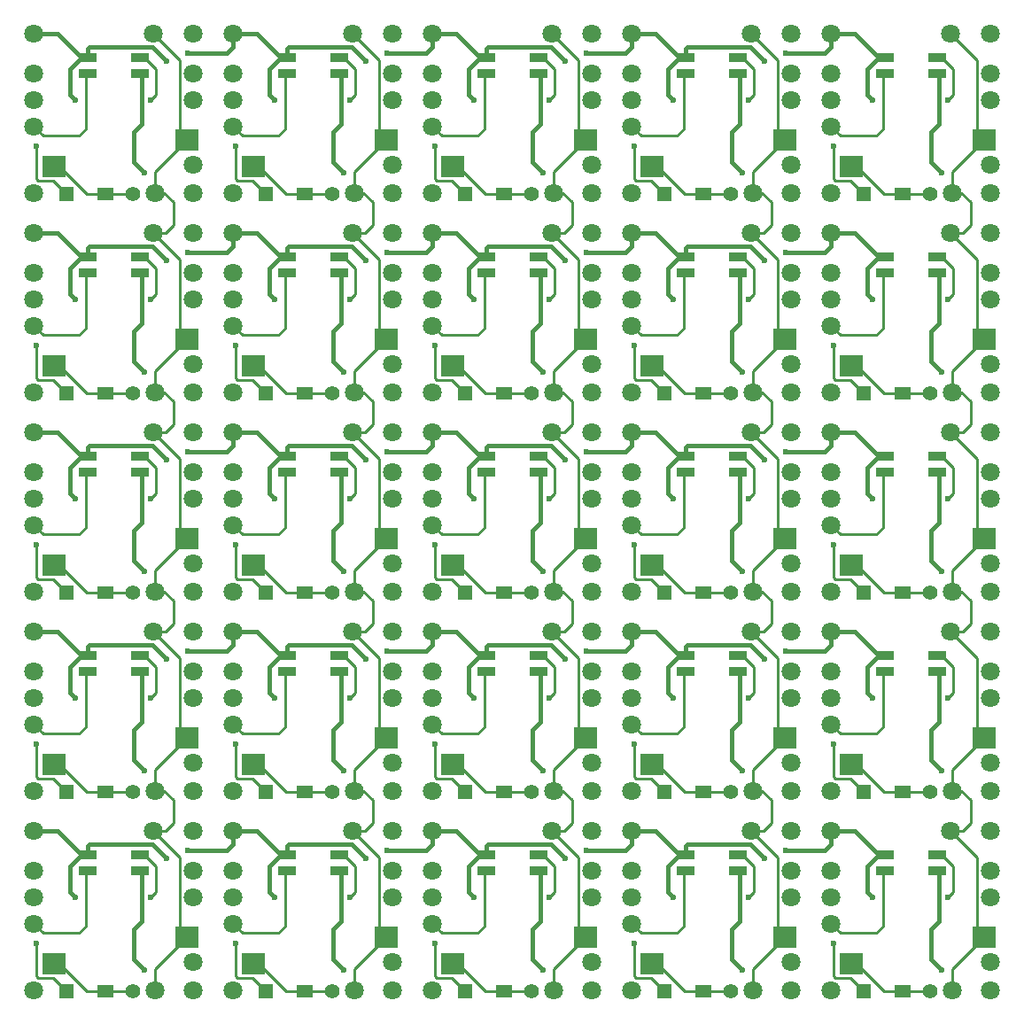
<source format=gbl>
%TF.GenerationSoftware,KiCad,Pcbnew,(6.0.0-0)*%
%TF.CreationDate,2022-01-08T22:40:34+00:00*%
%TF.ProjectId,Sarcodina,53617263-6f64-4696-9e61-2e6b69636164,rev?*%
%TF.SameCoordinates,Original*%
%TF.FileFunction,Copper,L2,Bot*%
%TF.FilePolarity,Positive*%
%FSLAX46Y46*%
G04 Gerber Fmt 4.6, Leading zero omitted, Abs format (unit mm)*
G04 Created by KiCad (PCBNEW (6.0.0-0)) date 2022-01-08 22:40:34*
%MOMM*%
%LPD*%
G01*
G04 APERTURE LIST*
%TA.AperFunction,SMDPad,CuDef*%
%ADD10R,2.300000X2.000000*%
%TD*%
%TA.AperFunction,ComponentPad*%
%ADD11C,1.800000*%
%TD*%
%TA.AperFunction,ComponentPad*%
%ADD12R,1.400000X1.400000*%
%TD*%
%TA.AperFunction,SMDPad,CuDef*%
%ADD13R,1.600000X1.200000*%
%TD*%
%TA.AperFunction,ComponentPad*%
%ADD14C,1.400000*%
%TD*%
%TA.AperFunction,SMDPad,CuDef*%
%ADD15R,1.800000X0.820000*%
%TD*%
%TA.AperFunction,ViaPad*%
%ADD16C,0.600000*%
%TD*%
%TA.AperFunction,Conductor*%
%ADD17C,0.250000*%
%TD*%
%TA.AperFunction,Conductor*%
%ADD18C,0.400000*%
%TD*%
G04 APERTURE END LIST*
D10*
%TO.P,SW7,1,1*%
%TO.N,col1*%
X76977000Y-116213250D03*
%TO.P,SW7,2,2*%
%TO.N,Net-(D1-Pad2)*%
X64277000Y-118753250D03*
%TD*%
%TO.P,SW7,1,1*%
%TO.N,col1*%
X76977000Y-59063250D03*
%TO.P,SW7,2,2*%
%TO.N,Net-(D1-Pad2)*%
X64277000Y-61603250D03*
%TD*%
D11*
%TO.P,,1*%
%TO.N,row2*%
X119507000Y-74263250D03*
%TD*%
%TO.P,,1*%
%TO.N,unconnected-(L1-Pad2)*%
X100457000Y-76803250D03*
%TD*%
%TO.P,,1*%
%TO.N,VCC*%
X43307000Y-102203250D03*
%TD*%
D10*
%TO.P,SW7,1,1*%
%TO.N,col2*%
X96027000Y-97163250D03*
%TO.P,SW7,2,2*%
%TO.N,Net-(D1-Pad2)*%
X83327000Y-99703250D03*
%TD*%
D11*
%TO.P,,1*%
%TO.N,unconnected-(L1-Pad4)*%
X100457000Y-33623250D03*
%TD*%
%TO.P,,1*%
%TO.N,GND*%
X77597000Y-45053250D03*
%TD*%
%TO.P,,1*%
%TO.N,row1*%
X96647000Y-55213250D03*
%TD*%
D10*
%TO.P,SW7,1,1*%
%TO.N,col3*%
X115077000Y-78113250D03*
%TO.P,SW7,2,2*%
%TO.N,Net-(D1-Pad2)*%
X102377000Y-80653250D03*
%TD*%
D11*
%TO.P,,1*%
%TO.N,col2*%
X92964000Y-102203250D03*
%TD*%
%TO.P,,1*%
%TO.N,GND*%
X134747000Y-106013250D03*
%TD*%
%TO.P,,1*%
%TO.N,unconnected-(L1-Pad4)*%
X134747000Y-80486250D03*
%TD*%
%TO.P,,1*%
%TO.N,unconnected-(L1-Pad2)*%
X77597000Y-90773250D03*
%TD*%
%TO.P,,1*%
%TO.N,VCC*%
X62357000Y-121253250D03*
%TD*%
%TO.P,,1*%
%TO.N,unconnected-(L1-Pad4)*%
X96647000Y-80486250D03*
%TD*%
%TO.P,,1*%
%TO.N,GND*%
X96647000Y-106013250D03*
%TD*%
%TO.P,,1*%
%TO.N,unconnected-(L1-Pad4)*%
X77597000Y-80486250D03*
%TD*%
%TO.P,,1*%
%TO.N,unconnected-(L1-Pad2)*%
X100457000Y-95853250D03*
%TD*%
%TO.P,,1*%
%TO.N,VCC*%
X100457000Y-67913250D03*
%TD*%
%TO.P,,1*%
%TO.N,row4*%
X77597000Y-112363250D03*
%TD*%
%TO.P,,1*%
%TO.N,row0*%
X119507000Y-36163250D03*
%TD*%
%TO.P,,1*%
%TO.N,unconnected-(L1-Pad4)*%
X115697000Y-99536250D03*
%TD*%
%TO.P,,1*%
%TO.N,unconnected-(L1-Pad2)*%
X77597000Y-52673250D03*
%TD*%
%TO.P,,1*%
%TO.N,VCC*%
X81407000Y-102203250D03*
%TD*%
%TO.P,,1*%
%TO.N,unconnected-(L1-Pad4)*%
X96647000Y-99536250D03*
%TD*%
%TO.P,,1*%
%TO.N,GND*%
X134747000Y-86963250D03*
%TD*%
%TO.P,,1*%
%TO.N,VCC*%
X81407000Y-45053250D03*
%TD*%
%TO.P,,1*%
%TO.N,col1*%
X73787000Y-48863250D03*
%TD*%
%TO.P,,1*%
%TO.N,row4*%
X134747000Y-112363250D03*
%TD*%
%TO.P,,1*%
%TO.N,unconnected-(L1-Pad2)*%
X43307000Y-114903250D03*
%TD*%
%TO.P,,1*%
%TO.N,VCC*%
X100457000Y-29813250D03*
%TD*%
%TO.P,,1*%
%TO.N,col2*%
X92837000Y-29813250D03*
%TD*%
%TO.P,,1*%
%TO.N,unconnected-(L1-Pad2)*%
X100457000Y-38703250D03*
%TD*%
%TO.P,,1*%
%TO.N,col0*%
X54737000Y-29813250D03*
%TD*%
%TO.P,,1*%
%TO.N,unconnected-(L1-Pad4)*%
X81407000Y-33623250D03*
%TD*%
%TO.P,,1*%
%TO.N,GND*%
X115697000Y-106013250D03*
%TD*%
D12*
%TO.P,D,1*%
%TO.N,row1*%
X103615000Y-64230250D03*
D13*
%TO.P,D,2*%
%TO.N,Net-(D1-Pad2)*%
X107315000Y-64230250D03*
D14*
X109965000Y-64230250D03*
%TD*%
D12*
%TO.P,D,1*%
%TO.N,row4*%
X46465000Y-121380250D03*
D13*
%TO.P,D,2*%
%TO.N,Net-(D1-Pad2)*%
X50165000Y-121380250D03*
D14*
X52815000Y-121380250D03*
%TD*%
D11*
%TO.P,,1*%
%TO.N,unconnected-(L1-Pad2)*%
X115697000Y-52673250D03*
%TD*%
%TO.P,,1*%
%TO.N,unconnected-(L1-Pad4)*%
X43307000Y-71723250D03*
%TD*%
D12*
%TO.P,D,1*%
%TO.N,row4*%
X84565000Y-121380250D03*
D13*
%TO.P,D,2*%
%TO.N,Net-(D1-Pad2)*%
X88265000Y-121380250D03*
D14*
X90915000Y-121380250D03*
%TD*%
D11*
%TO.P,,1*%
%TO.N,row0*%
X81407000Y-36163250D03*
%TD*%
%TO.P,,1*%
%TO.N,GND*%
X96647000Y-86963250D03*
%TD*%
%TO.P,,1*%
%TO.N,row3*%
X43307000Y-93313250D03*
%TD*%
%TO.P,,1*%
%TO.N,VCC*%
X62357000Y-86963250D03*
%TD*%
%TO.P,,1*%
%TO.N,VCC*%
X100457000Y-48863250D03*
%TD*%
%TO.P,,1*%
%TO.N,col4*%
X130937000Y-48863250D03*
%TD*%
%TO.P,,1*%
%TO.N,unconnected-(L1-Pad4)*%
X62357000Y-33623250D03*
%TD*%
%TO.P,,1*%
%TO.N,row4*%
X96647000Y-112363250D03*
%TD*%
%TO.P,,1*%
%TO.N,unconnected-(L1-Pad4)*%
X43307000Y-109823250D03*
%TD*%
%TO.P,,1*%
%TO.N,row1*%
X58547000Y-55213250D03*
%TD*%
%TO.P,,1*%
%TO.N,unconnected-(L1-Pad2)*%
X96647000Y-109823250D03*
%TD*%
%TO.P,,1*%
%TO.N,col0*%
X54737000Y-86963250D03*
%TD*%
%TO.P,,1*%
%TO.N,unconnected-(L1-Pad2)*%
X96647000Y-90773250D03*
%TD*%
%TO.P,,1*%
%TO.N,unconnected-(L1-Pad4)*%
X43307000Y-90773250D03*
%TD*%
%TO.P,,1*%
%TO.N,VCC*%
X119507000Y-121253250D03*
%TD*%
%TO.P,,1*%
%TO.N,VCC*%
X119507000Y-64103250D03*
%TD*%
%TO.P,,1*%
%TO.N,unconnected-(L1-Pad4)*%
X96647000Y-118586250D03*
%TD*%
%TO.P,,1*%
%TO.N,unconnected-(L1-Pad2)*%
X115697000Y-90773250D03*
%TD*%
%TO.P,,1*%
%TO.N,unconnected-(L1-Pad2)*%
X96647000Y-71723250D03*
%TD*%
%TO.P,,1*%
%TO.N,VCC*%
X81407000Y-86963250D03*
%TD*%
%TO.P,,1*%
%TO.N,unconnected-(L1-Pad4)*%
X134747000Y-61436250D03*
%TD*%
%TO.P,,1*%
%TO.N,unconnected-(L1-Pad2)*%
X134747000Y-90773250D03*
%TD*%
D12*
%TO.P,D,1*%
%TO.N,row3*%
X103615000Y-102330250D03*
D14*
%TO.P,D,2*%
%TO.N,Net-(D1-Pad2)*%
X109965000Y-102330250D03*
D13*
X107315000Y-102330250D03*
%TD*%
D11*
%TO.P,,1*%
%TO.N,unconnected-(L1-Pad4)*%
X115697000Y-80486250D03*
%TD*%
%TO.P,,1*%
%TO.N,unconnected-(L1-Pad4)*%
X100457000Y-52673250D03*
%TD*%
%TO.P,,1*%
%TO.N,GND*%
X96647000Y-48863250D03*
%TD*%
%TO.P,,1*%
%TO.N,col0*%
X54864000Y-121253250D03*
%TD*%
%TO.P,,1*%
%TO.N,col2*%
X92837000Y-67913250D03*
%TD*%
%TO.P,,1*%
%TO.N,GND*%
X96647000Y-102203250D03*
%TD*%
D12*
%TO.P,D,1*%
%TO.N,row0*%
X122665000Y-45180250D03*
D14*
%TO.P,D,2*%
%TO.N,Net-(D1-Pad2)*%
X129015000Y-45180250D03*
D13*
X126365000Y-45180250D03*
%TD*%
D11*
%TO.P,,1*%
%TO.N,GND*%
X77597000Y-86963250D03*
%TD*%
%TO.P,,1*%
%TO.N,row3*%
X119507000Y-93313250D03*
%TD*%
%TO.P,,1*%
%TO.N,GND*%
X77597000Y-67913250D03*
%TD*%
%TO.P,,1*%
%TO.N,VCC*%
X119507000Y-29813250D03*
%TD*%
%TO.P,,1*%
%TO.N,GND*%
X96647000Y-64103250D03*
%TD*%
%TO.P,,1*%
%TO.N,row2*%
X62357000Y-74263250D03*
%TD*%
%TO.P,,1*%
%TO.N,row3*%
X77597000Y-93313250D03*
%TD*%
%TO.P,,1*%
%TO.N,unconnected-(L1-Pad2)*%
X119507000Y-95853250D03*
%TD*%
D12*
%TO.P,D,1*%
%TO.N,row0*%
X84565000Y-45180250D03*
D13*
%TO.P,D,2*%
%TO.N,Net-(D1-Pad2)*%
X88265000Y-45180250D03*
D14*
X90915000Y-45180250D03*
%TD*%
D11*
%TO.P,,1*%
%TO.N,GND*%
X77597000Y-106013250D03*
%TD*%
%TO.P,,1*%
%TO.N,col0*%
X54864000Y-45053250D03*
%TD*%
%TO.P,,1*%
%TO.N,col3*%
X112014000Y-64103250D03*
%TD*%
D10*
%TO.P,SW7,1,1*%
%TO.N,col1*%
X76977000Y-97163250D03*
%TO.P,SW7,2,2*%
%TO.N,Net-(D1-Pad2)*%
X64277000Y-99703250D03*
%TD*%
D11*
%TO.P,,1*%
%TO.N,unconnected-(L1-Pad4)*%
X62357000Y-109823250D03*
%TD*%
%TO.P,,1*%
%TO.N,VCC*%
X119507000Y-48863250D03*
%TD*%
%TO.P,,1*%
%TO.N,unconnected-(L1-Pad2)*%
X58547000Y-90773250D03*
%TD*%
%TO.P,,1*%
%TO.N,unconnected-(L1-Pad2)*%
X62357000Y-95853250D03*
%TD*%
%TO.P,,1*%
%TO.N,col1*%
X73914000Y-102203250D03*
%TD*%
%TO.P,,1*%
%TO.N,GND*%
X77597000Y-121253250D03*
%TD*%
D12*
%TO.P,D,1*%
%TO.N,row2*%
X103615000Y-83280250D03*
D14*
%TO.P,D,2*%
%TO.N,Net-(D1-Pad2)*%
X109965000Y-83280250D03*
D13*
X107315000Y-83280250D03*
%TD*%
D11*
%TO.P,,1*%
%TO.N,row3*%
X62357000Y-93313250D03*
%TD*%
%TO.P,,1*%
%TO.N,VCC*%
X100457000Y-106013250D03*
%TD*%
%TO.P,,1*%
%TO.N,col1*%
X73787000Y-67913250D03*
%TD*%
%TO.P,,1*%
%TO.N,GND*%
X134747000Y-45053250D03*
%TD*%
D12*
%TO.P,D,1*%
%TO.N,row3*%
X46465000Y-102330250D03*
D14*
%TO.P,D,2*%
%TO.N,Net-(D1-Pad2)*%
X52815000Y-102330250D03*
D13*
X50165000Y-102330250D03*
%TD*%
D10*
%TO.P,SW7,1,1*%
%TO.N,col3*%
X115077000Y-116213250D03*
%TO.P,SW7,2,2*%
%TO.N,Net-(D1-Pad2)*%
X102377000Y-118753250D03*
%TD*%
D11*
%TO.P,,1*%
%TO.N,unconnected-(L1-Pad4)*%
X58547000Y-42386250D03*
%TD*%
%TO.P,,1*%
%TO.N,VCC*%
X119507000Y-106013250D03*
%TD*%
%TO.P,,1*%
%TO.N,unconnected-(L1-Pad4)*%
X77597000Y-61436250D03*
%TD*%
%TO.P,,1*%
%TO.N,col1*%
X73914000Y-64103250D03*
%TD*%
D12*
%TO.P,D,1*%
%TO.N,row4*%
X65515000Y-121380250D03*
D14*
%TO.P,D,2*%
%TO.N,Net-(D1-Pad2)*%
X71865000Y-121380250D03*
D13*
X69215000Y-121380250D03*
%TD*%
D11*
%TO.P,,1*%
%TO.N,VCC*%
X62357000Y-48863250D03*
%TD*%
%TO.P,,1*%
%TO.N,unconnected-(L1-Pad4)*%
X100457000Y-109823250D03*
%TD*%
D10*
%TO.P,SW7,1,1*%
%TO.N,col1*%
X76977000Y-40013250D03*
%TO.P,SW7,2,2*%
%TO.N,Net-(D1-Pad2)*%
X64277000Y-42553250D03*
%TD*%
D11*
%TO.P,,1*%
%TO.N,unconnected-(L1-Pad4)*%
X119507000Y-109823250D03*
%TD*%
%TO.P,,1*%
%TO.N,GND*%
X115697000Y-121253250D03*
%TD*%
%TO.P,,1*%
%TO.N,row3*%
X96647000Y-93313250D03*
%TD*%
%TO.P,,1*%
%TO.N,unconnected-(L1-Pad4)*%
X81407000Y-71723250D03*
%TD*%
%TO.P,,1*%
%TO.N,row2*%
X100457000Y-74263250D03*
%TD*%
%TO.P,,1*%
%TO.N,GND*%
X134747000Y-64103250D03*
%TD*%
%TO.P,,1*%
%TO.N,unconnected-(L1-Pad2)*%
X43307000Y-95853250D03*
%TD*%
%TO.P,,1*%
%TO.N,VCC*%
X43307000Y-48863250D03*
%TD*%
%TO.P,,1*%
%TO.N,unconnected-(L1-Pad2)*%
X134747000Y-52673250D03*
%TD*%
%TO.P,,1*%
%TO.N,col0*%
X54864000Y-83153250D03*
%TD*%
%TO.P,,1*%
%TO.N,col1*%
X73787000Y-106013250D03*
%TD*%
%TO.P,,1*%
%TO.N,row4*%
X115697000Y-112363250D03*
%TD*%
%TO.P,,1*%
%TO.N,GND*%
X115697000Y-102203250D03*
%TD*%
%TO.P,,1*%
%TO.N,GND*%
X77597000Y-64103250D03*
%TD*%
%TO.P,,1*%
%TO.N,unconnected-(L1-Pad4)*%
X134747000Y-42386250D03*
%TD*%
%TO.P,,1*%
%TO.N,VCC*%
X81407000Y-106013250D03*
%TD*%
D10*
%TO.P,SW7,1,1*%
%TO.N,col0*%
X57927000Y-116213250D03*
%TO.P,SW7,2,2*%
%TO.N,Net-(D1-Pad2)*%
X45227000Y-118753250D03*
%TD*%
D11*
%TO.P,,1*%
%TO.N,row0*%
X96647000Y-36163250D03*
%TD*%
%TO.P,,1*%
%TO.N,GND*%
X58547000Y-83153250D03*
%TD*%
%TO.P,,1*%
%TO.N,unconnected-(L1-Pad4)*%
X119507000Y-71723250D03*
%TD*%
%TO.P,,1*%
%TO.N,col2*%
X92964000Y-83153250D03*
%TD*%
%TO.P,,1*%
%TO.N,unconnected-(L1-Pad4)*%
X81407000Y-52673250D03*
%TD*%
%TO.P,,1*%
%TO.N,row0*%
X100457000Y-36163250D03*
%TD*%
%TO.P,,1*%
%TO.N,unconnected-(L1-Pad2)*%
X81407000Y-95853250D03*
%TD*%
%TO.P,,1*%
%TO.N,GND*%
X115697000Y-29813250D03*
%TD*%
%TO.P,,1*%
%TO.N,col3*%
X111887000Y-48863250D03*
%TD*%
%TO.P,,1*%
%TO.N,col3*%
X112014000Y-45053250D03*
%TD*%
%TO.P,,1*%
%TO.N,unconnected-(L1-Pad4)*%
X96647000Y-42386250D03*
%TD*%
%TO.P,,1*%
%TO.N,unconnected-(L1-Pad4)*%
X100457000Y-90773250D03*
%TD*%
D10*
%TO.P,SW7,1,1*%
%TO.N,col4*%
X134127000Y-97163250D03*
%TO.P,SW7,2,2*%
%TO.N,Net-(D1-Pad2)*%
X121427000Y-99703250D03*
%TD*%
D11*
%TO.P,,1*%
%TO.N,VCC*%
X119507000Y-83153250D03*
%TD*%
D10*
%TO.P,SW7,1,1*%
%TO.N,col0*%
X57927000Y-59063250D03*
%TO.P,SW7,2,2*%
%TO.N,Net-(D1-Pad2)*%
X45227000Y-61603250D03*
%TD*%
D11*
%TO.P,,1*%
%TO.N,unconnected-(L1-Pad4)*%
X100457000Y-71723250D03*
%TD*%
%TO.P,,1*%
%TO.N,row0*%
X115697000Y-36163250D03*
%TD*%
%TO.P,,1*%
%TO.N,VCC*%
X81407000Y-48863250D03*
%TD*%
D12*
%TO.P,D,1*%
%TO.N,row2*%
X65515000Y-83280250D03*
D14*
%TO.P,D,2*%
%TO.N,Net-(D1-Pad2)*%
X71865000Y-83280250D03*
D13*
X69215000Y-83280250D03*
%TD*%
D11*
%TO.P,,1*%
%TO.N,col3*%
X112014000Y-83153250D03*
%TD*%
%TO.P,,1*%
%TO.N,unconnected-(L1-Pad2)*%
X58547000Y-109823250D03*
%TD*%
%TO.P,,1*%
%TO.N,VCC*%
X43307000Y-86963250D03*
%TD*%
%TO.P,,1*%
%TO.N,unconnected-(L1-Pad2)*%
X96647000Y-33623250D03*
%TD*%
D12*
%TO.P,D,1*%
%TO.N,row1*%
X122665000Y-64230250D03*
D13*
%TO.P,D,2*%
%TO.N,Net-(D1-Pad2)*%
X126365000Y-64230250D03*
D14*
X129015000Y-64230250D03*
%TD*%
D11*
%TO.P,,1*%
%TO.N,unconnected-(L1-Pad2)*%
X58547000Y-71723250D03*
%TD*%
%TO.P,,1*%
%TO.N,col2*%
X92964000Y-121253250D03*
%TD*%
%TO.P,,1*%
%TO.N,GND*%
X58547000Y-64103250D03*
%TD*%
%TO.P,,1*%
%TO.N,col1*%
X73914000Y-83153250D03*
%TD*%
%TO.P,,1*%
%TO.N,unconnected-(L1-Pad2)*%
X77597000Y-109823250D03*
%TD*%
%TO.P,,1*%
%TO.N,row1*%
X62357000Y-55213250D03*
%TD*%
%TO.P,,1*%
%TO.N,col1*%
X73787000Y-29813250D03*
%TD*%
D12*
%TO.P,D,1*%
%TO.N,row4*%
X103615000Y-121380250D03*
D14*
%TO.P,D,2*%
%TO.N,Net-(D1-Pad2)*%
X109965000Y-121380250D03*
D13*
X107315000Y-121380250D03*
%TD*%
D11*
%TO.P,,1*%
%TO.N,unconnected-(L1-Pad2)*%
X43307000Y-57753250D03*
%TD*%
%TO.P,,1*%
%TO.N,col2*%
X92964000Y-45053250D03*
%TD*%
%TO.P,,1*%
%TO.N,col0*%
X54737000Y-48863250D03*
%TD*%
%TO.P,,1*%
%TO.N,row1*%
X134747000Y-55213250D03*
%TD*%
%TO.P,,1*%
%TO.N,row1*%
X77597000Y-55213250D03*
%TD*%
D12*
%TO.P,D,1*%
%TO.N,row1*%
X46465000Y-64230250D03*
D14*
%TO.P,D,2*%
%TO.N,Net-(D1-Pad2)*%
X52815000Y-64230250D03*
D13*
X50165000Y-64230250D03*
%TD*%
D11*
%TO.P,,1*%
%TO.N,col1*%
X73914000Y-121253250D03*
%TD*%
D10*
%TO.P,SW7,1,1*%
%TO.N,col1*%
X76977000Y-78113250D03*
%TO.P,SW7,2,2*%
%TO.N,Net-(D1-Pad2)*%
X64277000Y-80653250D03*
%TD*%
D11*
%TO.P,,1*%
%TO.N,col2*%
X92964000Y-64103250D03*
%TD*%
%TO.P,,1*%
%TO.N,VCC*%
X43307000Y-121253250D03*
%TD*%
%TO.P,,1*%
%TO.N,col4*%
X131064000Y-64103250D03*
%TD*%
%TO.P,,1*%
%TO.N,unconnected-(L1-Pad2)*%
X134747000Y-109823250D03*
%TD*%
%TO.P,,1*%
%TO.N,VCC*%
X119507000Y-45053250D03*
%TD*%
%TO.P,,1*%
%TO.N,col4*%
X130937000Y-29813250D03*
%TD*%
%TO.P,,1*%
%TO.N,GND*%
X96647000Y-29813250D03*
%TD*%
%TO.P,,1*%
%TO.N,GND*%
X115697000Y-86963250D03*
%TD*%
%TO.P,,1*%
%TO.N,col4*%
X131064000Y-83153250D03*
%TD*%
%TO.P,,1*%
%TO.N,unconnected-(L1-Pad4)*%
X134747000Y-99536250D03*
%TD*%
%TO.P,,1*%
%TO.N,row0*%
X134747000Y-36163250D03*
%TD*%
%TO.P,,1*%
%TO.N,VCC*%
X62357000Y-106013250D03*
%TD*%
%TO.P,,1*%
%TO.N,row3*%
X134747000Y-93313250D03*
%TD*%
%TO.P,,1*%
%TO.N,VCC*%
X81407000Y-83153250D03*
%TD*%
D12*
%TO.P,D,1*%
%TO.N,row4*%
X122665000Y-121380250D03*
D14*
%TO.P,D,2*%
%TO.N,Net-(D1-Pad2)*%
X129015000Y-121380250D03*
D13*
X126365000Y-121380250D03*
%TD*%
D11*
%TO.P,,1*%
%TO.N,unconnected-(L1-Pad4)*%
X77597000Y-99536250D03*
%TD*%
%TO.P,,1*%
%TO.N,unconnected-(L1-Pad2)*%
X115697000Y-109823250D03*
%TD*%
%TO.P,,1*%
%TO.N,col2*%
X92837000Y-106013250D03*
%TD*%
D12*
%TO.P,D,1*%
%TO.N,row2*%
X46465000Y-83280250D03*
D14*
%TO.P,D,2*%
%TO.N,Net-(D1-Pad2)*%
X52815000Y-83280250D03*
D13*
X50165000Y-83280250D03*
%TD*%
D11*
%TO.P,,1*%
%TO.N,row0*%
X62357000Y-36163250D03*
%TD*%
D12*
%TO.P,D,1*%
%TO.N,row1*%
X84565000Y-64230250D03*
D14*
%TO.P,D,2*%
%TO.N,Net-(D1-Pad2)*%
X90915000Y-64230250D03*
D13*
X88265000Y-64230250D03*
%TD*%
D11*
%TO.P,,1*%
%TO.N,unconnected-(L1-Pad2)*%
X134747000Y-33623250D03*
%TD*%
%TO.P,,1*%
%TO.N,VCC*%
X100457000Y-83153250D03*
%TD*%
%TO.P,,1*%
%TO.N,unconnected-(L1-Pad2)*%
X100457000Y-114903250D03*
%TD*%
%TO.P,,1*%
%TO.N,unconnected-(L1-Pad2)*%
X81407000Y-76803250D03*
%TD*%
%TO.P,,1*%
%TO.N,unconnected-(L1-Pad2)*%
X62357000Y-57753250D03*
%TD*%
%TO.P,,1*%
%TO.N,unconnected-(L1-Pad2)*%
X81407000Y-38703250D03*
%TD*%
%TO.P,,1*%
%TO.N,VCC*%
X81407000Y-29813250D03*
%TD*%
%TO.P,,1*%
%TO.N,unconnected-(L1-Pad2)*%
X77597000Y-33623250D03*
%TD*%
%TO.P,,1*%
%TO.N,unconnected-(L1-Pad4)*%
X62357000Y-71723250D03*
%TD*%
%TO.P,,1*%
%TO.N,GND*%
X58547000Y-106013250D03*
%TD*%
%TO.P,,1*%
%TO.N,row2*%
X96647000Y-74263250D03*
%TD*%
%TO.P,,1*%
%TO.N,col2*%
X92837000Y-86963250D03*
%TD*%
%TO.P,,1*%
%TO.N,VCC*%
X119507000Y-67913250D03*
%TD*%
%TO.P,,1*%
%TO.N,GND*%
X115697000Y-45053250D03*
%TD*%
%TO.P,,1*%
%TO.N,GND*%
X58547000Y-29813250D03*
%TD*%
%TO.P,,1*%
%TO.N,VCC*%
X100457000Y-64103250D03*
%TD*%
%TO.P,,1*%
%TO.N,row0*%
X77597000Y-36163250D03*
%TD*%
%TO.P,,1*%
%TO.N,VCC*%
X43307000Y-106013250D03*
%TD*%
%TO.P,,1*%
%TO.N,unconnected-(L1-Pad2)*%
X43307000Y-76803250D03*
%TD*%
%TO.P,,1*%
%TO.N,VCC*%
X100457000Y-45053250D03*
%TD*%
%TO.P,,1*%
%TO.N,col0*%
X54864000Y-64103250D03*
%TD*%
D10*
%TO.P,SW7,1,1*%
%TO.N,col4*%
X134127000Y-116213250D03*
%TO.P,SW7,2,2*%
%TO.N,Net-(D1-Pad2)*%
X121427000Y-118753250D03*
%TD*%
D12*
%TO.P,D,1*%
%TO.N,row2*%
X122665000Y-83280250D03*
D13*
%TO.P,D,2*%
%TO.N,Net-(D1-Pad2)*%
X126365000Y-83280250D03*
D14*
X129015000Y-83280250D03*
%TD*%
D12*
%TO.P,D,1*%
%TO.N,row0*%
X103615000Y-45180250D03*
D14*
%TO.P,D,2*%
%TO.N,Net-(D1-Pad2)*%
X109965000Y-45180250D03*
D13*
X107315000Y-45180250D03*
%TD*%
D11*
%TO.P,,1*%
%TO.N,VCC*%
X100457000Y-102203250D03*
%TD*%
%TO.P,,1*%
%TO.N,GND*%
X58547000Y-102203250D03*
%TD*%
%TO.P,,1*%
%TO.N,VCC*%
X62357000Y-29813250D03*
%TD*%
%TO.P,,1*%
%TO.N,GND*%
X96647000Y-83153250D03*
%TD*%
%TO.P,,1*%
%TO.N,VCC*%
X100457000Y-121253250D03*
%TD*%
D12*
%TO.P,D,1*%
%TO.N,row2*%
X84565000Y-83280250D03*
D13*
%TO.P,D,2*%
%TO.N,Net-(D1-Pad2)*%
X88265000Y-83280250D03*
D14*
X90915000Y-83280250D03*
%TD*%
D11*
%TO.P,,1*%
%TO.N,row3*%
X115697000Y-93313250D03*
%TD*%
%TO.P,,1*%
%TO.N,VCC*%
X43307000Y-45053250D03*
%TD*%
%TO.P,,1*%
%TO.N,unconnected-(L1-Pad2)*%
X81407000Y-57753250D03*
%TD*%
%TO.P,,1*%
%TO.N,GND*%
X134747000Y-102203250D03*
%TD*%
%TO.P,,1*%
%TO.N,unconnected-(L1-Pad2)*%
X100457000Y-57753250D03*
%TD*%
%TO.P,,1*%
%TO.N,row0*%
X43307000Y-36163250D03*
%TD*%
%TO.P,,1*%
%TO.N,GND*%
X96647000Y-67913250D03*
%TD*%
D10*
%TO.P,SW7,1,1*%
%TO.N,col2*%
X96027000Y-40013250D03*
%TO.P,SW7,2,2*%
%TO.N,Net-(D1-Pad2)*%
X83327000Y-42553250D03*
%TD*%
D11*
%TO.P,,1*%
%TO.N,GND*%
X58547000Y-86963250D03*
%TD*%
D10*
%TO.P,SW7,1,1*%
%TO.N,col4*%
X134127000Y-59063250D03*
%TO.P,SW7,2,2*%
%TO.N,Net-(D1-Pad2)*%
X121427000Y-61603250D03*
%TD*%
D11*
%TO.P,,1*%
%TO.N,VCC*%
X81407000Y-67913250D03*
%TD*%
%TO.P,,1*%
%TO.N,VCC*%
X119507000Y-86963250D03*
%TD*%
%TO.P,,1*%
%TO.N,unconnected-(L1-Pad2)*%
X134747000Y-71723250D03*
%TD*%
%TO.P,,1*%
%TO.N,col3*%
X112014000Y-102203250D03*
%TD*%
%TO.P,,1*%
%TO.N,col4*%
X131064000Y-121253250D03*
%TD*%
%TO.P,,1*%
%TO.N,unconnected-(L1-Pad2)*%
X62357000Y-114903250D03*
%TD*%
%TO.P,,1*%
%TO.N,unconnected-(L1-Pad2)*%
X62357000Y-76803250D03*
%TD*%
%TO.P,,1*%
%TO.N,row2*%
X58547000Y-74263250D03*
%TD*%
%TO.P,,1*%
%TO.N,unconnected-(L1-Pad4)*%
X115697000Y-61436250D03*
%TD*%
%TO.P,,1*%
%TO.N,row0*%
X58547000Y-36163250D03*
%TD*%
%TO.P,,1*%
%TO.N,unconnected-(L1-Pad4)*%
X81407000Y-90773250D03*
%TD*%
%TO.P,,1*%
%TO.N,col3*%
X111887000Y-106013250D03*
%TD*%
%TO.P,,1*%
%TO.N,unconnected-(L1-Pad4)*%
X58547000Y-80486250D03*
%TD*%
%TO.P,,1*%
%TO.N,unconnected-(L1-Pad4)*%
X134747000Y-118586250D03*
%TD*%
%TO.P,,1*%
%TO.N,GND*%
X115697000Y-48863250D03*
%TD*%
%TO.P,,1*%
%TO.N,unconnected-(L1-Pad2)*%
X58547000Y-52673250D03*
%TD*%
%TO.P,,1*%
%TO.N,unconnected-(L1-Pad2)*%
X43307000Y-38703250D03*
%TD*%
%TO.P,,1*%
%TO.N,unconnected-(L1-Pad4)*%
X119507000Y-52673250D03*
%TD*%
%TO.P,,1*%
%TO.N,VCC*%
X62357000Y-45053250D03*
%TD*%
%TO.P,,1*%
%TO.N,row1*%
X43307000Y-55213250D03*
%TD*%
D12*
%TO.P,D,1*%
%TO.N,row3*%
X65515000Y-102330250D03*
D14*
%TO.P,D,2*%
%TO.N,Net-(D1-Pad2)*%
X71865000Y-102330250D03*
D13*
X69215000Y-102330250D03*
%TD*%
D11*
%TO.P,,1*%
%TO.N,GND*%
X77597000Y-29813250D03*
%TD*%
%TO.P,,1*%
%TO.N,col3*%
X111887000Y-86963250D03*
%TD*%
%TO.P,,1*%
%TO.N,VCC*%
X100457000Y-86963250D03*
%TD*%
%TO.P,,1*%
%TO.N,unconnected-(L1-Pad4)*%
X58547000Y-99536250D03*
%TD*%
%TO.P,,1*%
%TO.N,col1*%
X73914000Y-45053250D03*
%TD*%
%TO.P,,1*%
%TO.N,unconnected-(L1-Pad2)*%
X119507000Y-57753250D03*
%TD*%
%TO.P,,1*%
%TO.N,unconnected-(L1-Pad2)*%
X96647000Y-52673250D03*
%TD*%
%TO.P,,1*%
%TO.N,GND*%
X134747000Y-83153250D03*
%TD*%
D10*
%TO.P,SW7,1,1*%
%TO.N,col4*%
X134127000Y-78113250D03*
%TO.P,SW7,2,2*%
%TO.N,Net-(D1-Pad2)*%
X121427000Y-80653250D03*
%TD*%
%TO.P,SW7,1,1*%
%TO.N,col3*%
X115077000Y-40013250D03*
%TO.P,SW7,2,2*%
%TO.N,Net-(D1-Pad2)*%
X102377000Y-42553250D03*
%TD*%
D11*
%TO.P,,1*%
%TO.N,unconnected-(L1-Pad4)*%
X43307000Y-33623250D03*
%TD*%
%TO.P,,1*%
%TO.N,col0*%
X54737000Y-67913250D03*
%TD*%
%TO.P,,1*%
%TO.N,unconnected-(L1-Pad2)*%
X115697000Y-33623250D03*
%TD*%
%TO.P,,1*%
%TO.N,row2*%
X115697000Y-74263250D03*
%TD*%
%TO.P,,1*%
%TO.N,unconnected-(L1-Pad4)*%
X119507000Y-33623250D03*
%TD*%
%TO.P,,1*%
%TO.N,GND*%
X96647000Y-45053250D03*
%TD*%
%TO.P,,1*%
%TO.N,col2*%
X92837000Y-48863250D03*
%TD*%
%TO.P,,1*%
%TO.N,row3*%
X100457000Y-93313250D03*
%TD*%
%TO.P,,1*%
%TO.N,col4*%
X130937000Y-106013250D03*
%TD*%
%TO.P,,1*%
%TO.N,row4*%
X100457000Y-112363250D03*
%TD*%
%TO.P,,1*%
%TO.N,VCC*%
X62357000Y-83153250D03*
%TD*%
%TO.P,,1*%
%TO.N,VCC*%
X43307000Y-83153250D03*
%TD*%
%TO.P,,1*%
%TO.N,GND*%
X96647000Y-121253250D03*
%TD*%
%TO.P,,1*%
%TO.N,row4*%
X81407000Y-112363250D03*
%TD*%
%TO.P,,1*%
%TO.N,unconnected-(L1-Pad2)*%
X81407000Y-114903250D03*
%TD*%
D10*
%TO.P,SW7,1,1*%
%TO.N,col0*%
X57927000Y-97163250D03*
%TO.P,SW7,2,2*%
%TO.N,Net-(D1-Pad2)*%
X45227000Y-99703250D03*
%TD*%
D11*
%TO.P,,1*%
%TO.N,GND*%
X134747000Y-121253250D03*
%TD*%
%TO.P,,1*%
%TO.N,unconnected-(L1-Pad4)*%
X43307000Y-52673250D03*
%TD*%
%TO.P,,1*%
%TO.N,unconnected-(L1-Pad2)*%
X119507000Y-114903250D03*
%TD*%
%TO.P,,1*%
%TO.N,GND*%
X134747000Y-29813250D03*
%TD*%
D10*
%TO.P,SW7,1,1*%
%TO.N,col2*%
X96027000Y-78113250D03*
%TO.P,SW7,2,2*%
%TO.N,Net-(D1-Pad2)*%
X83327000Y-80653250D03*
%TD*%
D11*
%TO.P,,1*%
%TO.N,unconnected-(L1-Pad4)*%
X58547000Y-118586250D03*
%TD*%
%TO.P,,1*%
%TO.N,row2*%
X77597000Y-74263250D03*
%TD*%
%TO.P,,1*%
%TO.N,VCC*%
X43307000Y-67913250D03*
%TD*%
%TO.P,,1*%
%TO.N,GND*%
X58547000Y-45053250D03*
%TD*%
%TO.P,,1*%
%TO.N,row4*%
X119507000Y-112363250D03*
%TD*%
%TO.P,,1*%
%TO.N,row1*%
X81407000Y-55213250D03*
%TD*%
%TO.P,,1*%
%TO.N,unconnected-(L1-Pad4)*%
X119507000Y-90773250D03*
%TD*%
D10*
%TO.P,SW7,1,1*%
%TO.N,col3*%
X115077000Y-97163250D03*
%TO.P,SW7,2,2*%
%TO.N,Net-(D1-Pad2)*%
X102377000Y-99703250D03*
%TD*%
D11*
%TO.P,,1*%
%TO.N,GND*%
X77597000Y-48863250D03*
%TD*%
%TO.P,,1*%
%TO.N,col3*%
X111887000Y-29813250D03*
%TD*%
%TO.P,,1*%
%TO.N,GND*%
X58547000Y-121253250D03*
%TD*%
%TO.P,,1*%
%TO.N,row2*%
X43307000Y-74263250D03*
%TD*%
D12*
%TO.P,D,1*%
%TO.N,row0*%
X46465000Y-45180250D03*
D14*
%TO.P,D,2*%
%TO.N,Net-(D1-Pad2)*%
X52815000Y-45180250D03*
D13*
X50165000Y-45180250D03*
%TD*%
D11*
%TO.P,,1*%
%TO.N,unconnected-(L1-Pad4)*%
X115697000Y-118586250D03*
%TD*%
%TO.P,,1*%
%TO.N,unconnected-(L1-Pad4)*%
X96647000Y-61436250D03*
%TD*%
%TO.P,,1*%
%TO.N,unconnected-(L1-Pad4)*%
X115697000Y-42386250D03*
%TD*%
%TO.P,,1*%
%TO.N,unconnected-(L1-Pad2)*%
X62357000Y-38703250D03*
%TD*%
%TO.P,,1*%
%TO.N,unconnected-(L1-Pad4)*%
X62357000Y-90773250D03*
%TD*%
%TO.P,,1*%
%TO.N,unconnected-(L1-Pad4)*%
X62357000Y-52673250D03*
%TD*%
%TO.P,,1*%
%TO.N,row2*%
X81407000Y-74263250D03*
%TD*%
%TO.P,,1*%
%TO.N,col4*%
X131064000Y-102203250D03*
%TD*%
%TO.P,,1*%
%TO.N,GND*%
X134747000Y-67913250D03*
%TD*%
%TO.P,,1*%
%TO.N,VCC*%
X43307000Y-64103250D03*
%TD*%
D10*
%TO.P,SW7,1,1*%
%TO.N,col3*%
X115077000Y-59063250D03*
%TO.P,SW7,2,2*%
%TO.N,Net-(D1-Pad2)*%
X102377000Y-61603250D03*
%TD*%
%TO.P,SW7,1,1*%
%TO.N,col0*%
X57927000Y-40013250D03*
%TO.P,SW7,2,2*%
%TO.N,Net-(D1-Pad2)*%
X45227000Y-42553250D03*
%TD*%
D11*
%TO.P,,1*%
%TO.N,GND*%
X115697000Y-64103250D03*
%TD*%
%TO.P,,1*%
%TO.N,unconnected-(L1-Pad4)*%
X77597000Y-42386250D03*
%TD*%
%TO.P,,1*%
%TO.N,row3*%
X58547000Y-93313250D03*
%TD*%
%TO.P,,1*%
%TO.N,VCC*%
X62357000Y-102203250D03*
%TD*%
%TO.P,,1*%
%TO.N,unconnected-(L1-Pad2)*%
X58547000Y-33623250D03*
%TD*%
%TO.P,,1*%
%TO.N,unconnected-(L1-Pad4)*%
X77597000Y-118586250D03*
%TD*%
D12*
%TO.P,D,1*%
%TO.N,row0*%
X65515000Y-45180250D03*
D13*
%TO.P,D,2*%
%TO.N,Net-(D1-Pad2)*%
X69215000Y-45180250D03*
D14*
X71865000Y-45180250D03*
%TD*%
D10*
%TO.P,SW7,1,1*%
%TO.N,col0*%
X57927000Y-78113250D03*
%TO.P,SW7,2,2*%
%TO.N,Net-(D1-Pad2)*%
X45227000Y-80653250D03*
%TD*%
D11*
%TO.P,,1*%
%TO.N,col4*%
X131064000Y-45053250D03*
%TD*%
%TO.P,,1*%
%TO.N,row2*%
X134747000Y-74263250D03*
%TD*%
D10*
%TO.P,SW7,1,1*%
%TO.N,col2*%
X96027000Y-116213250D03*
%TO.P,SW7,2,2*%
%TO.N,Net-(D1-Pad2)*%
X83327000Y-118753250D03*
%TD*%
D11*
%TO.P,,1*%
%TO.N,row1*%
X100457000Y-55213250D03*
%TD*%
%TO.P,,1*%
%TO.N,col3*%
X111887000Y-67913250D03*
%TD*%
D10*
%TO.P,SW7,1,1*%
%TO.N,col4*%
X134127000Y-40013250D03*
%TO.P,SW7,2,2*%
%TO.N,Net-(D1-Pad2)*%
X121427000Y-42553250D03*
%TD*%
D11*
%TO.P,,1*%
%TO.N,GND*%
X77597000Y-83153250D03*
%TD*%
%TO.P,,1*%
%TO.N,row4*%
X58547000Y-112363250D03*
%TD*%
%TO.P,,1*%
%TO.N,col0*%
X54737000Y-106013250D03*
%TD*%
D12*
%TO.P,D,1*%
%TO.N,row3*%
X84565000Y-102330250D03*
D14*
%TO.P,D,2*%
%TO.N,Net-(D1-Pad2)*%
X90915000Y-102330250D03*
D13*
X88265000Y-102330250D03*
%TD*%
D11*
%TO.P,,1*%
%TO.N,unconnected-(L1-Pad2)*%
X119507000Y-76803250D03*
%TD*%
%TO.P,,1*%
%TO.N,GND*%
X77597000Y-102203250D03*
%TD*%
D12*
%TO.P,D,1*%
%TO.N,row1*%
X65515000Y-64230250D03*
D13*
%TO.P,D,2*%
%TO.N,Net-(D1-Pad2)*%
X69215000Y-64230250D03*
D14*
X71865000Y-64230250D03*
%TD*%
D11*
%TO.P,,1*%
%TO.N,col4*%
X130937000Y-67913250D03*
%TD*%
%TO.P,,1*%
%TO.N,GND*%
X134747000Y-48863250D03*
%TD*%
%TO.P,,1*%
%TO.N,GND*%
X58547000Y-67913250D03*
%TD*%
%TO.P,,1*%
%TO.N,row1*%
X115697000Y-55213250D03*
%TD*%
%TO.P,,1*%
%TO.N,VCC*%
X119507000Y-102203250D03*
%TD*%
%TO.P,,1*%
%TO.N,GND*%
X58547000Y-48863250D03*
%TD*%
%TO.P,,1*%
%TO.N,unconnected-(L1-Pad2)*%
X119507000Y-38703250D03*
%TD*%
%TO.P,,1*%
%TO.N,GND*%
X115697000Y-83153250D03*
%TD*%
%TO.P,,1*%
%TO.N,unconnected-(L1-Pad2)*%
X77597000Y-71723250D03*
%TD*%
%TO.P,,1*%
%TO.N,GND*%
X115697000Y-67913250D03*
%TD*%
%TO.P,,1*%
%TO.N,unconnected-(L1-Pad4)*%
X81407000Y-109823250D03*
%TD*%
D10*
%TO.P,SW7,1,1*%
%TO.N,col2*%
X96027000Y-59063250D03*
%TO.P,SW7,2,2*%
%TO.N,Net-(D1-Pad2)*%
X83327000Y-61603250D03*
%TD*%
D11*
%TO.P,,1*%
%TO.N,col0*%
X54864000Y-102203250D03*
%TD*%
%TO.P,,1*%
%TO.N,col1*%
X73787000Y-86963250D03*
%TD*%
%TO.P,,1*%
%TO.N,unconnected-(L1-Pad4)*%
X58547000Y-61436250D03*
%TD*%
%TO.P,,1*%
%TO.N,VCC*%
X81407000Y-121253250D03*
%TD*%
%TO.P,,1*%
%TO.N,col3*%
X112014000Y-121253250D03*
%TD*%
%TO.P,,1*%
%TO.N,row4*%
X62357000Y-112363250D03*
%TD*%
%TO.P,,1*%
%TO.N,row1*%
X119507000Y-55213250D03*
%TD*%
%TO.P,,1*%
%TO.N,VCC*%
X81407000Y-64103250D03*
%TD*%
%TO.P,,1*%
%TO.N,row4*%
X43307000Y-112363250D03*
%TD*%
D12*
%TO.P,D,1*%
%TO.N,row3*%
X122665000Y-102330250D03*
D14*
%TO.P,D,2*%
%TO.N,Net-(D1-Pad2)*%
X129015000Y-102330250D03*
D13*
X126365000Y-102330250D03*
%TD*%
D11*
%TO.P,,1*%
%TO.N,VCC*%
X62357000Y-64103250D03*
%TD*%
%TO.P,,1*%
%TO.N,VCC*%
X43307000Y-29813250D03*
%TD*%
%TO.P,,1*%
%TO.N,col4*%
X130937000Y-86963250D03*
%TD*%
%TO.P,,1*%
%TO.N,unconnected-(L1-Pad2)*%
X115697000Y-71723250D03*
%TD*%
%TO.P,,1*%
%TO.N,row3*%
X81407000Y-93313250D03*
%TD*%
%TO.P,,1*%
%TO.N,VCC*%
X62357000Y-67913250D03*
%TD*%
D15*
%TO.P,L1,1,VCC*%
%TO.N,VCC*%
X67477000Y-51161250D03*
%TO.P,L1,2,DOUT*%
%TO.N,unconnected-(L1-Pad2)*%
X67477000Y-52661250D03*
%TO.P,L1,3,GND*%
%TO.N,GND*%
X72477000Y-52661250D03*
%TO.P,L1,4,DIN*%
%TO.N,unconnected-(L1-Pad4)*%
X72477000Y-51161250D03*
%TD*%
%TO.P,L1,1,VCC*%
%TO.N,VCC*%
X86527000Y-108311250D03*
%TO.P,L1,2,DOUT*%
%TO.N,unconnected-(L1-Pad2)*%
X86527000Y-109811250D03*
%TO.P,L1,3,GND*%
%TO.N,GND*%
X91527000Y-109811250D03*
%TO.P,L1,4,DIN*%
%TO.N,unconnected-(L1-Pad4)*%
X91527000Y-108311250D03*
%TD*%
%TO.P,L1,1,VCC*%
%TO.N,VCC*%
X105577000Y-70211250D03*
%TO.P,L1,2,DOUT*%
%TO.N,unconnected-(L1-Pad2)*%
X105577000Y-71711250D03*
%TO.P,L1,3,GND*%
%TO.N,GND*%
X110577000Y-71711250D03*
%TO.P,L1,4,DIN*%
%TO.N,unconnected-(L1-Pad4)*%
X110577000Y-70211250D03*
%TD*%
%TO.P,L1,1,VCC*%
%TO.N,VCC*%
X48427000Y-70211250D03*
%TO.P,L1,2,DOUT*%
%TO.N,unconnected-(L1-Pad2)*%
X48427000Y-71711250D03*
%TO.P,L1,3,GND*%
%TO.N,GND*%
X53427000Y-71711250D03*
%TO.P,L1,4,DIN*%
%TO.N,unconnected-(L1-Pad4)*%
X53427000Y-70211250D03*
%TD*%
%TO.P,L1,1,VCC*%
%TO.N,VCC*%
X124627000Y-89261250D03*
%TO.P,L1,2,DOUT*%
%TO.N,unconnected-(L1-Pad2)*%
X124627000Y-90761250D03*
%TO.P,L1,3,GND*%
%TO.N,GND*%
X129627000Y-90761250D03*
%TO.P,L1,4,DIN*%
%TO.N,unconnected-(L1-Pad4)*%
X129627000Y-89261250D03*
%TD*%
%TO.P,L1,1,VCC*%
%TO.N,VCC*%
X67477000Y-89261250D03*
%TO.P,L1,2,DOUT*%
%TO.N,unconnected-(L1-Pad2)*%
X67477000Y-90761250D03*
%TO.P,L1,3,GND*%
%TO.N,GND*%
X72477000Y-90761250D03*
%TO.P,L1,4,DIN*%
%TO.N,unconnected-(L1-Pad4)*%
X72477000Y-89261250D03*
%TD*%
%TO.P,L1,1,VCC*%
%TO.N,VCC*%
X105577000Y-108311250D03*
%TO.P,L1,2,DOUT*%
%TO.N,unconnected-(L1-Pad2)*%
X105577000Y-109811250D03*
%TO.P,L1,3,GND*%
%TO.N,GND*%
X110577000Y-109811250D03*
%TO.P,L1,4,DIN*%
%TO.N,unconnected-(L1-Pad4)*%
X110577000Y-108311250D03*
%TD*%
%TO.P,L1,1,VCC*%
%TO.N,VCC*%
X86527000Y-70211250D03*
%TO.P,L1,2,DOUT*%
%TO.N,unconnected-(L1-Pad2)*%
X86527000Y-71711250D03*
%TO.P,L1,3,GND*%
%TO.N,GND*%
X91527000Y-71711250D03*
%TO.P,L1,4,DIN*%
%TO.N,unconnected-(L1-Pad4)*%
X91527000Y-70211250D03*
%TD*%
%TO.P,L1,1,VCC*%
%TO.N,VCC*%
X67477000Y-32111250D03*
%TO.P,L1,2,DOUT*%
%TO.N,unconnected-(L1-Pad2)*%
X67477000Y-33611250D03*
%TO.P,L1,3,GND*%
%TO.N,GND*%
X72477000Y-33611250D03*
%TO.P,L1,4,DIN*%
%TO.N,unconnected-(L1-Pad4)*%
X72477000Y-32111250D03*
%TD*%
%TO.P,L1,1,VCC*%
%TO.N,VCC*%
X124627000Y-32111250D03*
%TO.P,L1,2,DOUT*%
%TO.N,unconnected-(L1-Pad2)*%
X124627000Y-33611250D03*
%TO.P,L1,3,GND*%
%TO.N,GND*%
X129627000Y-33611250D03*
%TO.P,L1,4,DIN*%
%TO.N,unconnected-(L1-Pad4)*%
X129627000Y-32111250D03*
%TD*%
%TO.P,L1,1,VCC*%
%TO.N,VCC*%
X105577000Y-89261250D03*
%TO.P,L1,2,DOUT*%
%TO.N,unconnected-(L1-Pad2)*%
X105577000Y-90761250D03*
%TO.P,L1,3,GND*%
%TO.N,GND*%
X110577000Y-90761250D03*
%TO.P,L1,4,DIN*%
%TO.N,unconnected-(L1-Pad4)*%
X110577000Y-89261250D03*
%TD*%
%TO.P,L1,1,VCC*%
%TO.N,VCC*%
X67477000Y-108311250D03*
%TO.P,L1,2,DOUT*%
%TO.N,unconnected-(L1-Pad2)*%
X67477000Y-109811250D03*
%TO.P,L1,3,GND*%
%TO.N,GND*%
X72477000Y-109811250D03*
%TO.P,L1,4,DIN*%
%TO.N,unconnected-(L1-Pad4)*%
X72477000Y-108311250D03*
%TD*%
%TO.P,L1,1,VCC*%
%TO.N,VCC*%
X105577000Y-32111250D03*
%TO.P,L1,2,DOUT*%
%TO.N,unconnected-(L1-Pad2)*%
X105577000Y-33611250D03*
%TO.P,L1,3,GND*%
%TO.N,GND*%
X110577000Y-33611250D03*
%TO.P,L1,4,DIN*%
%TO.N,unconnected-(L1-Pad4)*%
X110577000Y-32111250D03*
%TD*%
%TO.P,L1,1,VCC*%
%TO.N,VCC*%
X105577000Y-51161250D03*
%TO.P,L1,2,DOUT*%
%TO.N,unconnected-(L1-Pad2)*%
X105577000Y-52661250D03*
%TO.P,L1,3,GND*%
%TO.N,GND*%
X110577000Y-52661250D03*
%TO.P,L1,4,DIN*%
%TO.N,unconnected-(L1-Pad4)*%
X110577000Y-51161250D03*
%TD*%
%TO.P,L1,1,VCC*%
%TO.N,VCC*%
X48427000Y-51161250D03*
%TO.P,L1,2,DOUT*%
%TO.N,unconnected-(L1-Pad2)*%
X48427000Y-52661250D03*
%TO.P,L1,3,GND*%
%TO.N,GND*%
X53427000Y-52661250D03*
%TO.P,L1,4,DIN*%
%TO.N,unconnected-(L1-Pad4)*%
X53427000Y-51161250D03*
%TD*%
%TO.P,L1,1,VCC*%
%TO.N,VCC*%
X48427000Y-108311250D03*
%TO.P,L1,2,DOUT*%
%TO.N,unconnected-(L1-Pad2)*%
X48427000Y-109811250D03*
%TO.P,L1,3,GND*%
%TO.N,GND*%
X53427000Y-109811250D03*
%TO.P,L1,4,DIN*%
%TO.N,unconnected-(L1-Pad4)*%
X53427000Y-108311250D03*
%TD*%
%TO.P,L1,1,VCC*%
%TO.N,VCC*%
X86527000Y-51161250D03*
%TO.P,L1,2,DOUT*%
%TO.N,unconnected-(L1-Pad2)*%
X86527000Y-52661250D03*
%TO.P,L1,3,GND*%
%TO.N,GND*%
X91527000Y-52661250D03*
%TO.P,L1,4,DIN*%
%TO.N,unconnected-(L1-Pad4)*%
X91527000Y-51161250D03*
%TD*%
%TO.P,L1,1,VCC*%
%TO.N,VCC*%
X67477000Y-70211250D03*
%TO.P,L1,2,DOUT*%
%TO.N,unconnected-(L1-Pad2)*%
X67477000Y-71711250D03*
%TO.P,L1,3,GND*%
%TO.N,GND*%
X72477000Y-71711250D03*
%TO.P,L1,4,DIN*%
%TO.N,unconnected-(L1-Pad4)*%
X72477000Y-70211250D03*
%TD*%
%TO.P,L1,1,VCC*%
%TO.N,VCC*%
X124627000Y-108311250D03*
%TO.P,L1,2,DOUT*%
%TO.N,unconnected-(L1-Pad2)*%
X124627000Y-109811250D03*
%TO.P,L1,3,GND*%
%TO.N,GND*%
X129627000Y-109811250D03*
%TO.P,L1,4,DIN*%
%TO.N,unconnected-(L1-Pad4)*%
X129627000Y-108311250D03*
%TD*%
%TO.P,L1,1,VCC*%
%TO.N,VCC*%
X48427000Y-89261250D03*
%TO.P,L1,2,DOUT*%
%TO.N,unconnected-(L1-Pad2)*%
X48427000Y-90761250D03*
%TO.P,L1,3,GND*%
%TO.N,GND*%
X53427000Y-90761250D03*
%TO.P,L1,4,DIN*%
%TO.N,unconnected-(L1-Pad4)*%
X53427000Y-89261250D03*
%TD*%
%TO.P,L1,1,VCC*%
%TO.N,VCC*%
X86527000Y-32111250D03*
%TO.P,L1,2,DOUT*%
%TO.N,unconnected-(L1-Pad2)*%
X86527000Y-33611250D03*
%TO.P,L1,3,GND*%
%TO.N,GND*%
X91527000Y-33611250D03*
%TO.P,L1,4,DIN*%
%TO.N,unconnected-(L1-Pad4)*%
X91527000Y-32111250D03*
%TD*%
%TO.P,L1,1,VCC*%
%TO.N,VCC*%
X124627000Y-70211250D03*
%TO.P,L1,2,DOUT*%
%TO.N,unconnected-(L1-Pad2)*%
X124627000Y-71711250D03*
%TO.P,L1,3,GND*%
%TO.N,GND*%
X129627000Y-71711250D03*
%TO.P,L1,4,DIN*%
%TO.N,unconnected-(L1-Pad4)*%
X129627000Y-70211250D03*
%TD*%
%TO.P,L1,1,VCC*%
%TO.N,VCC*%
X48427000Y-32111250D03*
%TO.P,L1,2,DOUT*%
%TO.N,unconnected-(L1-Pad2)*%
X48427000Y-33611250D03*
%TO.P,L1,3,GND*%
%TO.N,GND*%
X53427000Y-33611250D03*
%TO.P,L1,4,DIN*%
%TO.N,unconnected-(L1-Pad4)*%
X53427000Y-32111250D03*
%TD*%
%TO.P,L1,1,VCC*%
%TO.N,VCC*%
X86527000Y-89261250D03*
%TO.P,L1,2,DOUT*%
%TO.N,unconnected-(L1-Pad2)*%
X86527000Y-90761250D03*
%TO.P,L1,3,GND*%
%TO.N,GND*%
X91527000Y-90761250D03*
%TO.P,L1,4,DIN*%
%TO.N,unconnected-(L1-Pad4)*%
X91527000Y-89261250D03*
%TD*%
%TO.P,L1,1,VCC*%
%TO.N,VCC*%
X124627000Y-51161250D03*
%TO.P,L1,2,DOUT*%
%TO.N,unconnected-(L1-Pad2)*%
X124627000Y-52661250D03*
%TO.P,L1,3,GND*%
%TO.N,GND*%
X129627000Y-52661250D03*
%TO.P,L1,4,DIN*%
%TO.N,unconnected-(L1-Pad4)*%
X129627000Y-51161250D03*
%TD*%
D16*
%TO.N,row0*%
X62611000Y-40608250D03*
X119761000Y-40608250D03*
X81661000Y-40608250D03*
X100711000Y-40608250D03*
X43561000Y-40608250D03*
%TO.N,row1*%
X100711000Y-59658250D03*
X43561000Y-59658250D03*
X62611000Y-59658250D03*
X119761000Y-59658250D03*
X81661000Y-59658250D03*
%TO.N,row2*%
X43561000Y-78708250D03*
X62611000Y-78708250D03*
X100711000Y-78708250D03*
X119761000Y-78708250D03*
X81661000Y-78708250D03*
%TO.N,row3*%
X119761000Y-97758250D03*
X62611000Y-97758250D03*
X81661000Y-97758250D03*
X43561000Y-97758250D03*
X100711000Y-97758250D03*
%TO.N,row4*%
X119761000Y-116808250D03*
X43561000Y-116808250D03*
X62611000Y-116808250D03*
X100711000Y-116808250D03*
X81661000Y-116808250D03*
%TO.N,GND*%
X72644000Y-71723250D03*
X72644000Y-52673250D03*
X72644000Y-109823250D03*
X110744000Y-71723250D03*
X53848000Y-81248250D03*
X53848000Y-62198250D03*
X53848000Y-119348250D03*
X53848000Y-100298250D03*
X72644000Y-90773250D03*
X72644000Y-33623250D03*
X72898000Y-43148250D03*
X91694000Y-90773250D03*
X110744000Y-33623250D03*
X53594000Y-33623250D03*
X110998000Y-62198250D03*
X53594000Y-71723250D03*
X129794000Y-71723250D03*
X130048000Y-62198250D03*
X129794000Y-52673250D03*
X110744000Y-109823250D03*
X91694000Y-109823250D03*
X72898000Y-100298250D03*
X53594000Y-52673250D03*
X72898000Y-119348250D03*
X130048000Y-100298250D03*
X91948000Y-81248250D03*
X91694000Y-33623250D03*
X129794000Y-90773250D03*
X91694000Y-52673250D03*
X53594000Y-109823250D03*
X110998000Y-43148250D03*
X110998000Y-100298250D03*
X129794000Y-33623250D03*
X130048000Y-43148250D03*
X130048000Y-119348250D03*
X91948000Y-100298250D03*
X110744000Y-52673250D03*
X110998000Y-119348250D03*
X91694000Y-71723250D03*
X91948000Y-43148250D03*
X110998000Y-81248250D03*
X129794000Y-109823250D03*
X91948000Y-62198250D03*
X130048000Y-81248250D03*
X72898000Y-62198250D03*
X53594000Y-90773250D03*
X91948000Y-119348250D03*
X72898000Y-81248250D03*
X53848000Y-43148250D03*
X110744000Y-90773250D03*
%TO.N,VCC*%
X77089000Y-88868250D03*
X85344000Y-55213250D03*
X48260000Y-70199250D03*
X86360000Y-108299250D03*
X66294000Y-112363250D03*
X124460000Y-51149250D03*
X94107000Y-51530250D03*
X56007000Y-89630250D03*
X115189000Y-88868250D03*
X124460000Y-32099250D03*
X77089000Y-107918250D03*
X113157000Y-32480250D03*
X86360000Y-89249250D03*
X94107000Y-32480250D03*
X66294000Y-36163250D03*
X66294000Y-93313250D03*
X104394000Y-112363250D03*
X47244000Y-55213250D03*
X75057000Y-108680250D03*
X94107000Y-70580250D03*
X48260000Y-108299250D03*
X96139000Y-31718250D03*
X94107000Y-89630250D03*
X113157000Y-51530250D03*
X75057000Y-70580250D03*
X86360000Y-32099250D03*
X104394000Y-74263250D03*
X58039000Y-107918250D03*
X56007000Y-70580250D03*
X75057000Y-89630250D03*
X47244000Y-36163250D03*
X115189000Y-69818250D03*
X86360000Y-51149250D03*
X123444000Y-74263250D03*
X67310000Y-70199250D03*
X115189000Y-107918250D03*
X115189000Y-31718250D03*
X123444000Y-36163250D03*
X105410000Y-51149250D03*
X58039000Y-69818250D03*
X66294000Y-55213250D03*
X85344000Y-93313250D03*
X67310000Y-32099250D03*
X123444000Y-93313250D03*
X48260000Y-51149250D03*
X58039000Y-50768250D03*
X115189000Y-50768250D03*
X56007000Y-51530250D03*
X47244000Y-74263250D03*
X104394000Y-93313250D03*
X77089000Y-50768250D03*
X58039000Y-88868250D03*
X96139000Y-88868250D03*
X85344000Y-112363250D03*
X96139000Y-50768250D03*
X105410000Y-70199250D03*
X67310000Y-108299250D03*
X67310000Y-51149250D03*
X105410000Y-108299250D03*
X96139000Y-107918250D03*
X77089000Y-31718250D03*
X75057000Y-51530250D03*
X104394000Y-36163250D03*
X86360000Y-70199250D03*
X124460000Y-70199250D03*
X47244000Y-93313250D03*
X113157000Y-70580250D03*
X77089000Y-69818250D03*
X124460000Y-89249250D03*
X94107000Y-108680250D03*
X58039000Y-31718250D03*
X113157000Y-89630250D03*
X56007000Y-32480250D03*
X48260000Y-89249250D03*
X75057000Y-32480250D03*
X96139000Y-69818250D03*
X105410000Y-89249250D03*
X85344000Y-74263250D03*
X104394000Y-55213250D03*
X67310000Y-89249250D03*
X47244000Y-112363250D03*
X113157000Y-108680250D03*
X123444000Y-112363250D03*
X56007000Y-108680250D03*
X124460000Y-108299250D03*
X105410000Y-32099250D03*
X48260000Y-32099250D03*
X85344000Y-36163250D03*
X123444000Y-55213250D03*
X66294000Y-74263250D03*
%TO.N,unconnected-(L1-Pad4)*%
X91694000Y-89249250D03*
X129794000Y-89249250D03*
X72644000Y-51149250D03*
X53594000Y-89249250D03*
X92583000Y-74263250D03*
X92583000Y-112363250D03*
X72644000Y-70199250D03*
X54483000Y-93313250D03*
X130683000Y-74263250D03*
X54483000Y-55213250D03*
X53594000Y-70199250D03*
X92583000Y-93313250D03*
X53594000Y-108299250D03*
X91694000Y-51149250D03*
X130683000Y-93313250D03*
X53594000Y-51149250D03*
X129794000Y-108299250D03*
X72644000Y-32099250D03*
X110744000Y-70199250D03*
X54483000Y-112363250D03*
X73533000Y-112363250D03*
X92583000Y-55213250D03*
X91694000Y-70199250D03*
X111633000Y-55213250D03*
X129794000Y-51149250D03*
X73533000Y-55213250D03*
X92583000Y-36163250D03*
X91694000Y-108299250D03*
X72644000Y-89249250D03*
X130683000Y-55213250D03*
X111633000Y-36163250D03*
X129794000Y-32099250D03*
X91694000Y-32099250D03*
X73533000Y-74263250D03*
X72644000Y-108299250D03*
X130683000Y-36163250D03*
X110744000Y-108299250D03*
X73533000Y-36163250D03*
X111633000Y-74263250D03*
X111633000Y-112363250D03*
X54483000Y-36163250D03*
X73533000Y-93313250D03*
X110744000Y-51149250D03*
X129794000Y-70199250D03*
X110744000Y-32099250D03*
X110744000Y-89249250D03*
X53594000Y-32099250D03*
X54483000Y-74263250D03*
X111633000Y-93313250D03*
X130683000Y-112363250D03*
%TO.N,unconnected-(L1-Pad2)*%
X86360000Y-71723250D03*
X86360000Y-109823250D03*
X105410000Y-52673250D03*
X124460000Y-109823250D03*
X124460000Y-90773250D03*
X48260000Y-71723250D03*
X48260000Y-52673250D03*
X105410000Y-109823250D03*
X105410000Y-71723250D03*
X124460000Y-33623250D03*
X67310000Y-52673250D03*
X105410000Y-90773250D03*
X86360000Y-90773250D03*
X67310000Y-109823250D03*
X105410000Y-33623250D03*
X124460000Y-52673250D03*
X86360000Y-33623250D03*
X48260000Y-33623250D03*
X67310000Y-33623250D03*
X48260000Y-109823250D03*
X67310000Y-71723250D03*
X48260000Y-90773250D03*
X86360000Y-52673250D03*
X67310000Y-90773250D03*
X124460000Y-71723250D03*
%TD*%
D17*
%TO.N,row0*%
X81852489Y-43877761D02*
X81661000Y-43686272D01*
X84565000Y-45180250D02*
X83262511Y-43877761D01*
X103615000Y-45180250D02*
X102312511Y-43877761D01*
X83262511Y-43877761D02*
X81852489Y-43877761D01*
X100711000Y-43686272D02*
X100711000Y-40608250D01*
X64212511Y-43877761D02*
X62802489Y-43877761D01*
X119761000Y-43686272D02*
X119761000Y-40608250D01*
X62802489Y-43877761D02*
X62611000Y-43686272D01*
X62611000Y-43686272D02*
X62611000Y-40608250D01*
X81661000Y-43686272D02*
X81661000Y-40608250D01*
X43561000Y-43686272D02*
X43561000Y-40608250D01*
X119952489Y-43877761D02*
X119761000Y-43686272D01*
X102312511Y-43877761D02*
X100902489Y-43877761D01*
X65515000Y-45180250D02*
X64212511Y-43877761D01*
X122665000Y-45180250D02*
X121362511Y-43877761D01*
X45162511Y-43877761D02*
X43752489Y-43877761D01*
X100902489Y-43877761D02*
X100711000Y-43686272D01*
X121362511Y-43877761D02*
X119952489Y-43877761D01*
X43752489Y-43877761D02*
X43561000Y-43686272D01*
X46465000Y-45180250D02*
X45162511Y-43877761D01*
%TO.N,Net-(D1-Pad2)*%
X121960000Y-42553250D02*
X124587000Y-45180250D01*
X88265000Y-45180250D02*
X90915000Y-45180250D01*
X48387000Y-121380250D02*
X50165000Y-121380250D01*
X64810000Y-118753250D02*
X67437000Y-121380250D01*
X45227000Y-42553250D02*
X45760000Y-42553250D01*
X83860000Y-61603250D02*
X86487000Y-64230250D01*
X126365000Y-45180250D02*
X129015000Y-45180250D01*
X45760000Y-99703250D02*
X48387000Y-102330250D01*
X105537000Y-121380250D02*
X107315000Y-121380250D01*
X50165000Y-102330250D02*
X52815000Y-102330250D01*
X64277000Y-118753250D02*
X64810000Y-118753250D01*
X45760000Y-42553250D02*
X48387000Y-45180250D01*
X83860000Y-118753250D02*
X86487000Y-121380250D01*
X124587000Y-45180250D02*
X126365000Y-45180250D01*
X67437000Y-64230250D02*
X69215000Y-64230250D01*
X121427000Y-61603250D02*
X121960000Y-61603250D01*
X124587000Y-102330250D02*
X126365000Y-102330250D01*
X45760000Y-118753250D02*
X48387000Y-121380250D01*
X50165000Y-64230250D02*
X52815000Y-64230250D01*
X107315000Y-45180250D02*
X109965000Y-45180250D01*
X45760000Y-80653250D02*
X48387000Y-83280250D01*
X107315000Y-102330250D02*
X109965000Y-102330250D01*
X48387000Y-64230250D02*
X50165000Y-64230250D01*
X107315000Y-121380250D02*
X109965000Y-121380250D01*
X105537000Y-64230250D02*
X107315000Y-64230250D01*
X64277000Y-42553250D02*
X64810000Y-42553250D01*
X45227000Y-61603250D02*
X45760000Y-61603250D01*
X88265000Y-64230250D02*
X90915000Y-64230250D01*
X69215000Y-64230250D02*
X71865000Y-64230250D01*
X121960000Y-61603250D02*
X124587000Y-64230250D01*
X88265000Y-121380250D02*
X90915000Y-121380250D01*
X86487000Y-121380250D02*
X88265000Y-121380250D01*
X102377000Y-99703250D02*
X102910000Y-99703250D01*
X121427000Y-80653250D02*
X121960000Y-80653250D01*
X102377000Y-61603250D02*
X102910000Y-61603250D01*
X83860000Y-42553250D02*
X86487000Y-45180250D01*
X83327000Y-118753250D02*
X83860000Y-118753250D01*
X67437000Y-45180250D02*
X69215000Y-45180250D01*
X124587000Y-83280250D02*
X126365000Y-83280250D01*
X64277000Y-61603250D02*
X64810000Y-61603250D01*
X124587000Y-64230250D02*
X126365000Y-64230250D01*
X83327000Y-42553250D02*
X83860000Y-42553250D01*
X124587000Y-121380250D02*
X126365000Y-121380250D01*
X45760000Y-61603250D02*
X48387000Y-64230250D01*
X121960000Y-80653250D02*
X124587000Y-83280250D01*
X126365000Y-64230250D02*
X129015000Y-64230250D01*
X86487000Y-102330250D02*
X88265000Y-102330250D01*
X83327000Y-80653250D02*
X83860000Y-80653250D01*
X102910000Y-99703250D02*
X105537000Y-102330250D01*
X67437000Y-83280250D02*
X69215000Y-83280250D01*
X121960000Y-118753250D02*
X124587000Y-121380250D01*
X105537000Y-102330250D02*
X107315000Y-102330250D01*
X69215000Y-121380250D02*
X71865000Y-121380250D01*
X45227000Y-80653250D02*
X45760000Y-80653250D01*
X67437000Y-102330250D02*
X69215000Y-102330250D01*
X86487000Y-64230250D02*
X88265000Y-64230250D01*
X102910000Y-42553250D02*
X105537000Y-45180250D01*
X102377000Y-42553250D02*
X102910000Y-42553250D01*
X105537000Y-83280250D02*
X107315000Y-83280250D01*
X83327000Y-99703250D02*
X83860000Y-99703250D01*
X50165000Y-83280250D02*
X52815000Y-83280250D01*
X102910000Y-61603250D02*
X105537000Y-64230250D01*
X102377000Y-118753250D02*
X102910000Y-118753250D01*
X121960000Y-99703250D02*
X124587000Y-102330250D01*
X107315000Y-64230250D02*
X109965000Y-64230250D01*
X121427000Y-42553250D02*
X121960000Y-42553250D01*
X126365000Y-121380250D02*
X129015000Y-121380250D01*
X107315000Y-83280250D02*
X109965000Y-83280250D01*
X50165000Y-45180250D02*
X52815000Y-45180250D01*
X69215000Y-45180250D02*
X71865000Y-45180250D01*
X64810000Y-42553250D02*
X67437000Y-45180250D01*
X45227000Y-99703250D02*
X45760000Y-99703250D01*
X83860000Y-99703250D02*
X86487000Y-102330250D01*
X64277000Y-99703250D02*
X64810000Y-99703250D01*
X105537000Y-45180250D02*
X107315000Y-45180250D01*
X45227000Y-118753250D02*
X45760000Y-118753250D01*
X67437000Y-121380250D02*
X69215000Y-121380250D01*
X121427000Y-99703250D02*
X121960000Y-99703250D01*
X69215000Y-102330250D02*
X71865000Y-102330250D01*
X64810000Y-61603250D02*
X67437000Y-64230250D01*
X48387000Y-102330250D02*
X50165000Y-102330250D01*
X83327000Y-61603250D02*
X83860000Y-61603250D01*
X86487000Y-45180250D02*
X88265000Y-45180250D01*
X64810000Y-99703250D02*
X67437000Y-102330250D01*
X102910000Y-80653250D02*
X105537000Y-83280250D01*
X126365000Y-83280250D02*
X129015000Y-83280250D01*
X64277000Y-80653250D02*
X64810000Y-80653250D01*
X50165000Y-121380250D02*
X52815000Y-121380250D01*
X48387000Y-83280250D02*
X50165000Y-83280250D01*
X64810000Y-80653250D02*
X67437000Y-83280250D01*
X88265000Y-102330250D02*
X90915000Y-102330250D01*
X69215000Y-83280250D02*
X71865000Y-83280250D01*
X121427000Y-118753250D02*
X121960000Y-118753250D01*
X102910000Y-118753250D02*
X105537000Y-121380250D01*
X86487000Y-83280250D02*
X88265000Y-83280250D01*
X88265000Y-83280250D02*
X90915000Y-83280250D01*
X83860000Y-80653250D02*
X86487000Y-83280250D01*
X48387000Y-45180250D02*
X50165000Y-45180250D01*
X102377000Y-80653250D02*
X102910000Y-80653250D01*
X126365000Y-102330250D02*
X129015000Y-102330250D01*
%TO.N,row1*%
X119761000Y-62736272D02*
X119761000Y-59658250D01*
X121362511Y-62927761D02*
X119952489Y-62927761D01*
X83262511Y-62927761D02*
X81852489Y-62927761D01*
X43561000Y-62736272D02*
X43561000Y-59658250D01*
X119952489Y-62927761D02*
X119761000Y-62736272D01*
X46465000Y-64230250D02*
X45162511Y-62927761D01*
X65515000Y-64230250D02*
X64212511Y-62927761D01*
X102312511Y-62927761D02*
X100902489Y-62927761D01*
X100902489Y-62927761D02*
X100711000Y-62736272D01*
X84565000Y-64230250D02*
X83262511Y-62927761D01*
X81852489Y-62927761D02*
X81661000Y-62736272D01*
X64212511Y-62927761D02*
X62802489Y-62927761D01*
X100711000Y-62736272D02*
X100711000Y-59658250D01*
X62611000Y-62736272D02*
X62611000Y-59658250D01*
X103615000Y-64230250D02*
X102312511Y-62927761D01*
X81661000Y-62736272D02*
X81661000Y-59658250D01*
X122665000Y-64230250D02*
X121362511Y-62927761D01*
X43752489Y-62927761D02*
X43561000Y-62736272D01*
X45162511Y-62927761D02*
X43752489Y-62927761D01*
X62802489Y-62927761D02*
X62611000Y-62736272D01*
%TO.N,row2*%
X121362511Y-81977761D02*
X119952489Y-81977761D01*
X46465000Y-83280250D02*
X45162511Y-81977761D01*
X65515000Y-83280250D02*
X64212511Y-81977761D01*
X64212511Y-81977761D02*
X62802489Y-81977761D01*
X43752489Y-81977761D02*
X43561000Y-81786272D01*
X83262511Y-81977761D02*
X81852489Y-81977761D01*
X45162511Y-81977761D02*
X43752489Y-81977761D01*
X119952489Y-81977761D02*
X119761000Y-81786272D01*
X100711000Y-81786272D02*
X100711000Y-78708250D01*
X102312511Y-81977761D02*
X100902489Y-81977761D01*
X43561000Y-81786272D02*
X43561000Y-78708250D01*
X84565000Y-83280250D02*
X83262511Y-81977761D01*
X100902489Y-81977761D02*
X100711000Y-81786272D01*
X62802489Y-81977761D02*
X62611000Y-81786272D01*
X119761000Y-81786272D02*
X119761000Y-78708250D01*
X122665000Y-83280250D02*
X121362511Y-81977761D01*
X62611000Y-81786272D02*
X62611000Y-78708250D01*
X81852489Y-81977761D02*
X81661000Y-81786272D01*
X81661000Y-81786272D02*
X81661000Y-78708250D01*
X103615000Y-83280250D02*
X102312511Y-81977761D01*
%TO.N,row3*%
X119952489Y-101027761D02*
X119761000Y-100836272D01*
X81661000Y-100836272D02*
X81661000Y-97758250D01*
X103615000Y-102330250D02*
X102312511Y-101027761D01*
X100711000Y-100836272D02*
X100711000Y-97758250D01*
X81852489Y-101027761D02*
X81661000Y-100836272D01*
X122665000Y-102330250D02*
X121362511Y-101027761D01*
X45162511Y-101027761D02*
X43752489Y-101027761D01*
X119761000Y-100836272D02*
X119761000Y-97758250D01*
X64212511Y-101027761D02*
X62802489Y-101027761D01*
X102312511Y-101027761D02*
X100902489Y-101027761D01*
X43561000Y-100836272D02*
X43561000Y-97758250D01*
X83262511Y-101027761D02*
X81852489Y-101027761D01*
X121362511Y-101027761D02*
X119952489Y-101027761D01*
X100902489Y-101027761D02*
X100711000Y-100836272D01*
X62802489Y-101027761D02*
X62611000Y-100836272D01*
X62611000Y-100836272D02*
X62611000Y-97758250D01*
X84565000Y-102330250D02*
X83262511Y-101027761D01*
X46465000Y-102330250D02*
X45162511Y-101027761D01*
X65515000Y-102330250D02*
X64212511Y-101027761D01*
X43752489Y-101027761D02*
X43561000Y-100836272D01*
%TO.N,row4*%
X62802489Y-120077761D02*
X62611000Y-119886272D01*
X65515000Y-121380250D02*
X64212511Y-120077761D01*
X100902489Y-120077761D02*
X100711000Y-119886272D01*
X43752489Y-120077761D02*
X43561000Y-119886272D01*
X102312511Y-120077761D02*
X100902489Y-120077761D01*
X81852489Y-120077761D02*
X81661000Y-119886272D01*
X62611000Y-119886272D02*
X62611000Y-116808250D01*
X103615000Y-121380250D02*
X102312511Y-120077761D01*
X119952489Y-120077761D02*
X119761000Y-119886272D01*
X83262511Y-120077761D02*
X81852489Y-120077761D01*
X64212511Y-120077761D02*
X62802489Y-120077761D01*
X81661000Y-119886272D02*
X81661000Y-116808250D01*
X119761000Y-119886272D02*
X119761000Y-116808250D01*
X84565000Y-121380250D02*
X83262511Y-120077761D01*
X100711000Y-119886272D02*
X100711000Y-116808250D01*
X43561000Y-119886272D02*
X43561000Y-116808250D01*
X122665000Y-121380250D02*
X121362511Y-120077761D01*
X46465000Y-121380250D02*
X45162511Y-120077761D01*
X45162511Y-120077761D02*
X43752489Y-120077761D01*
X121362511Y-120077761D02*
X119952489Y-120077761D01*
%TO.N,col0*%
X55753000Y-102203250D02*
X56642000Y-103092250D01*
X56642000Y-86201250D02*
X56642000Y-85058250D01*
X54737000Y-67913250D02*
X55880000Y-67913250D01*
X55753000Y-83153250D02*
X56642000Y-84042250D01*
X54864000Y-81176250D02*
X54864000Y-83153250D01*
X57927000Y-116213250D02*
X54864000Y-119276250D01*
X56642000Y-103092250D02*
X56642000Y-104108250D01*
X54864000Y-102203250D02*
X55753000Y-102203250D01*
X57927000Y-59063250D02*
X54864000Y-62126250D01*
X57281521Y-115567771D02*
X57281521Y-108557771D01*
X57927000Y-97163250D02*
X57281521Y-96517771D01*
X56642000Y-45942250D02*
X56642000Y-46958250D01*
X54737000Y-106013250D02*
X55880000Y-106013250D01*
X57281521Y-51407771D02*
X54737000Y-48863250D01*
X57927000Y-40013250D02*
X57281521Y-39367771D01*
X56642000Y-105251250D02*
X56642000Y-104108250D01*
X54864000Y-119276250D02*
X54864000Y-121253250D01*
X54737000Y-48863250D02*
X55880000Y-48863250D01*
X57927000Y-97163250D02*
X54864000Y-100226250D01*
X54864000Y-62126250D02*
X54864000Y-64103250D01*
X57281521Y-58417771D02*
X57281521Y-51407771D01*
X54864000Y-64103250D02*
X55753000Y-64103250D01*
X57927000Y-78113250D02*
X54864000Y-81176250D01*
X57927000Y-40013250D02*
X54864000Y-43076250D01*
X54864000Y-45053250D02*
X55753000Y-45053250D01*
X57281521Y-89507771D02*
X54737000Y-86963250D01*
X55880000Y-106013250D02*
X56642000Y-105251250D01*
X56642000Y-48101250D02*
X56642000Y-46958250D01*
X54864000Y-83153250D02*
X55753000Y-83153250D01*
X54737000Y-86963250D02*
X55880000Y-86963250D01*
X56642000Y-64992250D02*
X56642000Y-66008250D01*
X55880000Y-48863250D02*
X56642000Y-48101250D01*
X57281521Y-108557771D02*
X54737000Y-106013250D01*
X54864000Y-100226250D02*
X54864000Y-102203250D01*
X55880000Y-67913250D02*
X56642000Y-67151250D01*
X55753000Y-64103250D02*
X56642000Y-64992250D01*
X57927000Y-116213250D02*
X57281521Y-115567771D01*
X57281521Y-39367771D02*
X57281521Y-32357771D01*
X55753000Y-45053250D02*
X56642000Y-45942250D01*
X57927000Y-59063250D02*
X57281521Y-58417771D01*
X57281521Y-77467771D02*
X57281521Y-70457771D01*
X57281521Y-70457771D02*
X54737000Y-67913250D01*
X57927000Y-78113250D02*
X57281521Y-77467771D01*
X57281521Y-32357771D02*
X54737000Y-29813250D01*
X54864000Y-43076250D02*
X54864000Y-45053250D01*
X57281521Y-96517771D02*
X57281521Y-89507771D01*
X56642000Y-67151250D02*
X56642000Y-66008250D01*
X55880000Y-86963250D02*
X56642000Y-86201250D01*
X56642000Y-84042250D02*
X56642000Y-85058250D01*
%TO.N,col1*%
X75692000Y-67151250D02*
X75692000Y-66008250D01*
X74930000Y-106013250D02*
X75692000Y-105251250D01*
X74930000Y-67913250D02*
X75692000Y-67151250D01*
X76977000Y-59063250D02*
X73914000Y-62126250D01*
X74930000Y-48863250D02*
X75692000Y-48101250D01*
X73914000Y-102203250D02*
X74803000Y-102203250D01*
X76977000Y-97163250D02*
X73914000Y-100226250D01*
X75692000Y-48101250D02*
X75692000Y-46958250D01*
X75692000Y-103092250D02*
X75692000Y-104108250D01*
X76977000Y-97163250D02*
X76331521Y-96517771D01*
X74803000Y-83153250D02*
X75692000Y-84042250D01*
X76331521Y-115567771D02*
X76331521Y-108557771D01*
X76331521Y-51407771D02*
X73787000Y-48863250D01*
X76977000Y-59063250D02*
X76331521Y-58417771D01*
X76331521Y-39367771D02*
X76331521Y-32357771D01*
X76977000Y-40013250D02*
X76331521Y-39367771D01*
X74803000Y-102203250D02*
X75692000Y-103092250D01*
X73787000Y-48863250D02*
X74930000Y-48863250D01*
X73787000Y-86963250D02*
X74930000Y-86963250D01*
X73914000Y-45053250D02*
X74803000Y-45053250D01*
X75692000Y-45942250D02*
X75692000Y-46958250D01*
X75692000Y-64992250D02*
X75692000Y-66008250D01*
X76977000Y-78113250D02*
X73914000Y-81176250D01*
X76331521Y-58417771D02*
X76331521Y-51407771D01*
X74930000Y-86963250D02*
X75692000Y-86201250D01*
X74803000Y-45053250D02*
X75692000Y-45942250D01*
X76977000Y-78113250D02*
X76331521Y-77467771D01*
X76331521Y-108557771D02*
X73787000Y-106013250D01*
X73914000Y-83153250D02*
X74803000Y-83153250D01*
X73914000Y-64103250D02*
X74803000Y-64103250D01*
X76331521Y-70457771D02*
X73787000Y-67913250D01*
X76977000Y-116213250D02*
X76331521Y-115567771D01*
X73787000Y-67913250D02*
X74930000Y-67913250D01*
X76331521Y-89507771D02*
X73787000Y-86963250D01*
X74803000Y-64103250D02*
X75692000Y-64992250D01*
X76977000Y-116213250D02*
X73914000Y-119276250D01*
X73787000Y-106013250D02*
X74930000Y-106013250D01*
X73914000Y-119276250D02*
X73914000Y-121253250D01*
X76331521Y-96517771D02*
X76331521Y-89507771D01*
X76331521Y-32357771D02*
X73787000Y-29813250D01*
X75692000Y-86201250D02*
X75692000Y-85058250D01*
X73914000Y-100226250D02*
X73914000Y-102203250D01*
X75692000Y-84042250D02*
X75692000Y-85058250D01*
X75692000Y-105251250D02*
X75692000Y-104108250D01*
X73914000Y-62126250D02*
X73914000Y-64103250D01*
X76977000Y-40013250D02*
X73914000Y-43076250D01*
X76331521Y-77467771D02*
X76331521Y-70457771D01*
X73914000Y-81176250D02*
X73914000Y-83153250D01*
X73914000Y-43076250D02*
X73914000Y-45053250D01*
%TO.N,col2*%
X92964000Y-81176250D02*
X92964000Y-83153250D01*
X93980000Y-86963250D02*
X94742000Y-86201250D01*
X95381521Y-58417771D02*
X95381521Y-51407771D01*
X94742000Y-67151250D02*
X94742000Y-66008250D01*
X96027000Y-116213250D02*
X95381521Y-115567771D01*
X92964000Y-102203250D02*
X93853000Y-102203250D01*
X93853000Y-64103250D02*
X94742000Y-64992250D01*
X92964000Y-119276250D02*
X92964000Y-121253250D01*
X95381521Y-32357771D02*
X92837000Y-29813250D01*
X93980000Y-67913250D02*
X94742000Y-67151250D01*
X95381521Y-96517771D02*
X95381521Y-89507771D01*
X92837000Y-86963250D02*
X93980000Y-86963250D01*
X94742000Y-64992250D02*
X94742000Y-66008250D01*
X92964000Y-100226250D02*
X92964000Y-102203250D01*
X96027000Y-78113250D02*
X92964000Y-81176250D01*
X96027000Y-59063250D02*
X92964000Y-62126250D01*
X92837000Y-67913250D02*
X93980000Y-67913250D01*
X92837000Y-106013250D02*
X93980000Y-106013250D01*
X94742000Y-105251250D02*
X94742000Y-104108250D01*
X93853000Y-45053250D02*
X94742000Y-45942250D01*
X93853000Y-102203250D02*
X94742000Y-103092250D01*
X95381521Y-115567771D02*
X95381521Y-108557771D01*
X94742000Y-86201250D02*
X94742000Y-85058250D01*
X95381521Y-39367771D02*
X95381521Y-32357771D01*
X95381521Y-108557771D02*
X92837000Y-106013250D01*
X95381521Y-77467771D02*
X95381521Y-70457771D01*
X94742000Y-103092250D02*
X94742000Y-104108250D01*
X95381521Y-70457771D02*
X92837000Y-67913250D01*
X94742000Y-45942250D02*
X94742000Y-46958250D01*
X94742000Y-48101250D02*
X94742000Y-46958250D01*
X96027000Y-116213250D02*
X92964000Y-119276250D01*
X92964000Y-45053250D02*
X93853000Y-45053250D01*
X92964000Y-62126250D02*
X92964000Y-64103250D01*
X93980000Y-106013250D02*
X94742000Y-105251250D01*
X96027000Y-59063250D02*
X95381521Y-58417771D01*
X96027000Y-40013250D02*
X92964000Y-43076250D01*
X93980000Y-48863250D02*
X94742000Y-48101250D01*
X95381521Y-89507771D02*
X92837000Y-86963250D01*
X92964000Y-64103250D02*
X93853000Y-64103250D01*
X96027000Y-78113250D02*
X95381521Y-77467771D01*
X92964000Y-83153250D02*
X93853000Y-83153250D01*
X92964000Y-43076250D02*
X92964000Y-45053250D01*
X92837000Y-48863250D02*
X93980000Y-48863250D01*
X96027000Y-40013250D02*
X95381521Y-39367771D01*
X95381521Y-51407771D02*
X92837000Y-48863250D01*
X96027000Y-97163250D02*
X95381521Y-96517771D01*
X96027000Y-97163250D02*
X92964000Y-100226250D01*
X93853000Y-83153250D02*
X94742000Y-84042250D01*
X94742000Y-84042250D02*
X94742000Y-85058250D01*
%TO.N,col3*%
X115077000Y-40013250D02*
X114431521Y-39367771D01*
X112014000Y-62126250D02*
X112014000Y-64103250D01*
X114431521Y-32357771D02*
X111887000Y-29813250D01*
X111887000Y-67913250D02*
X113030000Y-67913250D01*
X114431521Y-115567771D02*
X114431521Y-108557771D01*
X112014000Y-100226250D02*
X112014000Y-102203250D01*
X111887000Y-106013250D02*
X113030000Y-106013250D01*
X114431521Y-89507771D02*
X111887000Y-86963250D01*
X114431521Y-58417771D02*
X114431521Y-51407771D01*
X113792000Y-84042250D02*
X113792000Y-85058250D01*
X113792000Y-64992250D02*
X113792000Y-66008250D01*
X114431521Y-77467771D02*
X114431521Y-70457771D01*
X115077000Y-59063250D02*
X114431521Y-58417771D01*
X112903000Y-102203250D02*
X113792000Y-103092250D01*
X115077000Y-97163250D02*
X112014000Y-100226250D01*
X113792000Y-105251250D02*
X113792000Y-104108250D01*
X115077000Y-40013250D02*
X112014000Y-43076250D01*
X115077000Y-116213250D02*
X114431521Y-115567771D01*
X113792000Y-48101250D02*
X113792000Y-46958250D01*
X111887000Y-86963250D02*
X113030000Y-86963250D01*
X115077000Y-116213250D02*
X112014000Y-119276250D01*
X113792000Y-86201250D02*
X113792000Y-85058250D01*
X114431521Y-96517771D02*
X114431521Y-89507771D01*
X114431521Y-51407771D02*
X111887000Y-48863250D01*
X114431521Y-70457771D02*
X111887000Y-67913250D01*
X113792000Y-45942250D02*
X113792000Y-46958250D01*
X112014000Y-81176250D02*
X112014000Y-83153250D01*
X113792000Y-67151250D02*
X113792000Y-66008250D01*
X112014000Y-43076250D02*
X112014000Y-45053250D01*
X113030000Y-106013250D02*
X113792000Y-105251250D01*
X114431521Y-39367771D02*
X114431521Y-32357771D01*
X112014000Y-64103250D02*
X112903000Y-64103250D01*
X112903000Y-83153250D02*
X113792000Y-84042250D01*
X111887000Y-48863250D02*
X113030000Y-48863250D01*
X113030000Y-67913250D02*
X113792000Y-67151250D01*
X113030000Y-86963250D02*
X113792000Y-86201250D01*
X112014000Y-83153250D02*
X112903000Y-83153250D01*
X112014000Y-45053250D02*
X112903000Y-45053250D01*
X115077000Y-59063250D02*
X112014000Y-62126250D01*
X115077000Y-78113250D02*
X114431521Y-77467771D01*
X113030000Y-48863250D02*
X113792000Y-48101250D01*
X112014000Y-102203250D02*
X112903000Y-102203250D01*
X112903000Y-64103250D02*
X113792000Y-64992250D01*
X115077000Y-97163250D02*
X114431521Y-96517771D01*
X113792000Y-103092250D02*
X113792000Y-104108250D01*
X114431521Y-108557771D02*
X111887000Y-106013250D01*
X115077000Y-78113250D02*
X112014000Y-81176250D01*
X112903000Y-45053250D02*
X113792000Y-45942250D01*
X112014000Y-119276250D02*
X112014000Y-121253250D01*
%TO.N,col4*%
X131064000Y-45053250D02*
X131953000Y-45053250D01*
X134127000Y-59063250D02*
X131064000Y-62126250D01*
X132842000Y-48101250D02*
X132842000Y-46958250D01*
X133481521Y-89507771D02*
X130937000Y-86963250D01*
X133481521Y-115567771D02*
X133481521Y-108557771D01*
X132842000Y-67151250D02*
X132842000Y-66008250D01*
X132842000Y-84042250D02*
X132842000Y-85058250D01*
X134127000Y-78113250D02*
X133481521Y-77467771D01*
X132080000Y-67913250D02*
X132842000Y-67151250D01*
X133481521Y-96517771D02*
X133481521Y-89507771D01*
X131064000Y-64103250D02*
X131953000Y-64103250D01*
X134127000Y-116213250D02*
X133481521Y-115567771D01*
X131064000Y-83153250D02*
X131953000Y-83153250D01*
X132842000Y-103092250D02*
X132842000Y-104108250D01*
X131064000Y-119276250D02*
X131064000Y-121253250D01*
X130937000Y-106013250D02*
X132080000Y-106013250D01*
X133481521Y-51407771D02*
X130937000Y-48863250D01*
X134127000Y-116213250D02*
X131064000Y-119276250D01*
X132080000Y-86963250D02*
X132842000Y-86201250D01*
X133481521Y-70457771D02*
X130937000Y-67913250D01*
X131064000Y-81176250D02*
X131064000Y-83153250D01*
X131953000Y-64103250D02*
X132842000Y-64992250D01*
X134127000Y-40013250D02*
X133481521Y-39367771D01*
X132842000Y-105251250D02*
X132842000Y-104108250D01*
X133481521Y-58417771D02*
X133481521Y-51407771D01*
X131953000Y-45053250D02*
X132842000Y-45942250D01*
X134127000Y-40013250D02*
X131064000Y-43076250D01*
X132842000Y-86201250D02*
X132842000Y-85058250D01*
X133481521Y-108557771D02*
X130937000Y-106013250D01*
X134127000Y-97163250D02*
X131064000Y-100226250D01*
X132080000Y-106013250D02*
X132842000Y-105251250D01*
X131064000Y-102203250D02*
X131953000Y-102203250D01*
X132842000Y-45942250D02*
X132842000Y-46958250D01*
X132842000Y-64992250D02*
X132842000Y-66008250D01*
X134127000Y-97163250D02*
X133481521Y-96517771D01*
X130937000Y-67913250D02*
X132080000Y-67913250D01*
X132080000Y-48863250D02*
X132842000Y-48101250D01*
X133481521Y-32357771D02*
X130937000Y-29813250D01*
X134127000Y-59063250D02*
X133481521Y-58417771D01*
X131953000Y-83153250D02*
X132842000Y-84042250D01*
X131064000Y-62126250D02*
X131064000Y-64103250D01*
X130937000Y-86963250D02*
X132080000Y-86963250D01*
X131953000Y-102203250D02*
X132842000Y-103092250D01*
X133481521Y-77467771D02*
X133481521Y-70457771D01*
X130937000Y-48863250D02*
X132080000Y-48863250D01*
X134127000Y-78113250D02*
X131064000Y-81176250D01*
X131064000Y-100226250D02*
X131064000Y-102203250D01*
X131064000Y-43076250D02*
X131064000Y-45053250D01*
X133481521Y-39367771D02*
X133481521Y-32357771D01*
D18*
%TO.N,GND*%
X72644000Y-114629921D02*
X72644000Y-109823250D01*
X110998000Y-43148250D02*
X109987479Y-42137729D01*
X130048000Y-62198250D02*
X129037479Y-61187729D01*
X53848000Y-81248250D02*
X52837479Y-80237729D01*
X53594000Y-57479921D02*
X53594000Y-52673250D01*
X110998000Y-100298250D02*
X109987479Y-99287729D01*
X71887479Y-77286442D02*
X72644000Y-76529921D01*
X71887479Y-115386442D02*
X72644000Y-114629921D01*
X90937479Y-96336442D02*
X91694000Y-95579921D01*
X53848000Y-43148250D02*
X52837479Y-42137729D01*
X129794000Y-57479921D02*
X129794000Y-52673250D01*
X109987479Y-58236442D02*
X110744000Y-57479921D01*
X109987479Y-118337729D02*
X109987479Y-115386442D01*
X52837479Y-118337729D02*
X52837479Y-115386442D01*
X129037479Y-115386442D02*
X129794000Y-114629921D01*
X109987479Y-96336442D02*
X110744000Y-95579921D01*
X71887479Y-42137729D02*
X71887479Y-39186442D01*
X130048000Y-100298250D02*
X129037479Y-99287729D01*
X53594000Y-38429921D02*
X53594000Y-33623250D01*
X110998000Y-62198250D02*
X109987479Y-61187729D01*
X130048000Y-119348250D02*
X129037479Y-118337729D01*
X53594000Y-114629921D02*
X53594000Y-109823250D01*
X53594000Y-76529921D02*
X53594000Y-71723250D01*
X91694000Y-38429921D02*
X91694000Y-33623250D01*
X110998000Y-119348250D02*
X109987479Y-118337729D01*
X110744000Y-57479921D02*
X110744000Y-52673250D01*
X90937479Y-80237729D02*
X90937479Y-77286442D01*
X90937479Y-115386442D02*
X91694000Y-114629921D01*
X90937479Y-58236442D02*
X91694000Y-57479921D01*
X72898000Y-100298250D02*
X71887479Y-99287729D01*
X52837479Y-77286442D02*
X53594000Y-76529921D01*
X52837479Y-42137729D02*
X52837479Y-39186442D01*
X91694000Y-57479921D02*
X91694000Y-52673250D01*
X110744000Y-76529921D02*
X110744000Y-71723250D01*
X110744000Y-95579921D02*
X110744000Y-90773250D01*
X129794000Y-76529921D02*
X129794000Y-71723250D01*
X130048000Y-81248250D02*
X129037479Y-80237729D01*
X90937479Y-39186442D02*
X91694000Y-38429921D01*
X91694000Y-95579921D02*
X91694000Y-90773250D01*
X110998000Y-81248250D02*
X109987479Y-80237729D01*
X90937479Y-77286442D02*
X91694000Y-76529921D01*
X72644000Y-95579921D02*
X72644000Y-90773250D01*
X71887479Y-58236442D02*
X72644000Y-57479921D01*
X52837479Y-61187729D02*
X52837479Y-58236442D01*
X91694000Y-76529921D02*
X91694000Y-71723250D01*
X91948000Y-81248250D02*
X90937479Y-80237729D01*
X71887479Y-118337729D02*
X71887479Y-115386442D01*
X129037479Y-42137729D02*
X129037479Y-39186442D01*
X109987479Y-39186442D02*
X110744000Y-38429921D01*
X71887479Y-61187729D02*
X71887479Y-58236442D01*
X129794000Y-38429921D02*
X129794000Y-33623250D01*
X110744000Y-114629921D02*
X110744000Y-109823250D01*
X52837479Y-96336442D02*
X53594000Y-95579921D01*
X72644000Y-57479921D02*
X72644000Y-52673250D01*
X129037479Y-99287729D02*
X129037479Y-96336442D01*
X129037479Y-58236442D02*
X129794000Y-57479921D01*
X90937479Y-61187729D02*
X90937479Y-58236442D01*
X72898000Y-119348250D02*
X71887479Y-118337729D01*
X109987479Y-42137729D02*
X109987479Y-39186442D01*
X53848000Y-62198250D02*
X52837479Y-61187729D01*
X91948000Y-43148250D02*
X90937479Y-42137729D01*
X91694000Y-114629921D02*
X91694000Y-109823250D01*
X91948000Y-119348250D02*
X90937479Y-118337729D01*
X110744000Y-38429921D02*
X110744000Y-33623250D01*
X52837479Y-115386442D02*
X53594000Y-114629921D01*
X129037479Y-80237729D02*
X129037479Y-77286442D01*
X72644000Y-38429921D02*
X72644000Y-33623250D01*
X71887479Y-80237729D02*
X71887479Y-77286442D01*
X52837479Y-80237729D02*
X52837479Y-77286442D01*
X109987479Y-99287729D02*
X109987479Y-96336442D01*
X72644000Y-76529921D02*
X72644000Y-71723250D01*
X71887479Y-99287729D02*
X71887479Y-96336442D01*
X71887479Y-39186442D02*
X72644000Y-38429921D01*
X90937479Y-118337729D02*
X90937479Y-115386442D01*
X129037479Y-118337729D02*
X129037479Y-115386442D01*
X52837479Y-58236442D02*
X53594000Y-57479921D01*
X129037479Y-96336442D02*
X129794000Y-95579921D01*
X129794000Y-95579921D02*
X129794000Y-90773250D01*
X129037479Y-39186442D02*
X129794000Y-38429921D01*
X53848000Y-119348250D02*
X52837479Y-118337729D01*
X130048000Y-43148250D02*
X129037479Y-42137729D01*
X109987479Y-61187729D02*
X109987479Y-58236442D01*
X71887479Y-96336442D02*
X72644000Y-95579921D01*
X52837479Y-39186442D02*
X53594000Y-38429921D01*
X53594000Y-95579921D02*
X53594000Y-90773250D01*
X53848000Y-100298250D02*
X52837479Y-99287729D01*
X90937479Y-42137729D02*
X90937479Y-39186442D01*
X52837479Y-99287729D02*
X52837479Y-96336442D01*
X109987479Y-77286442D02*
X110744000Y-76529921D01*
X72898000Y-43148250D02*
X71887479Y-42137729D01*
X129037479Y-61187729D02*
X129037479Y-58236442D01*
X91948000Y-62198250D02*
X90937479Y-61187729D01*
X109987479Y-115386442D02*
X110744000Y-114629921D01*
X72898000Y-81248250D02*
X71887479Y-80237729D01*
X91948000Y-100298250D02*
X90937479Y-99287729D01*
X109987479Y-80237729D02*
X109987479Y-77286442D01*
X129037479Y-77286442D02*
X129794000Y-76529921D01*
X90937479Y-99287729D02*
X90937479Y-96336442D01*
X72898000Y-62198250D02*
X71887479Y-61187729D01*
X129794000Y-114629921D02*
X129794000Y-109823250D01*
%TO.N,VCC*%
X121793000Y-86963250D02*
X119507000Y-86963250D01*
X54663392Y-88286642D02*
X56007000Y-89630250D01*
X67310000Y-70199250D02*
X66879978Y-70199250D01*
X102743000Y-48863250D02*
X100457000Y-48863250D01*
X100457000Y-69186042D02*
X100457000Y-67913250D01*
X121793000Y-29813250D02*
X124091000Y-32111250D01*
X105577000Y-31301250D02*
X105741608Y-31136642D01*
X45593000Y-67913250D02*
X43307000Y-67913250D01*
X84836000Y-71293228D02*
X84836000Y-73755250D01*
X100457000Y-50136042D02*
X100457000Y-48863250D01*
X124091000Y-51161250D02*
X124627000Y-51161250D01*
X85929978Y-89249250D02*
X84836000Y-90343228D01*
X121793000Y-29813250D02*
X119507000Y-29813250D01*
X124460000Y-108299250D02*
X124029978Y-108299250D01*
X64643000Y-67913250D02*
X66941000Y-70211250D01*
X66941000Y-108311250D02*
X67477000Y-108311250D01*
X122936000Y-35655250D02*
X123444000Y-36163250D01*
X48591608Y-69236642D02*
X54663392Y-69236642D01*
X124460000Y-32099250D02*
X124029978Y-32099250D01*
X118874792Y-88868250D02*
X119507000Y-88236042D01*
X62357000Y-88236042D02*
X62357000Y-86963250D01*
X102743000Y-48863250D02*
X105041000Y-51161250D01*
X86691608Y-50186642D02*
X92763392Y-50186642D01*
X124029978Y-108299250D02*
X122936000Y-109393228D01*
X105577000Y-32111250D02*
X105577000Y-31301250D01*
X81407000Y-31086042D02*
X81407000Y-29813250D01*
X105041000Y-108311250D02*
X105577000Y-108311250D01*
X45593000Y-86963250D02*
X47891000Y-89261250D01*
X124029978Y-32099250D02*
X122936000Y-33193228D01*
X67310000Y-89249250D02*
X66879978Y-89249250D01*
X79502000Y-107918250D02*
X80774792Y-107918250D01*
X84836000Y-33193228D02*
X84836000Y-35655250D01*
X65786000Y-71293228D02*
X65786000Y-73755250D01*
X46736000Y-90343228D02*
X46736000Y-92805250D01*
X48427000Y-88451250D02*
X48591608Y-88286642D01*
X47829978Y-108299250D02*
X46736000Y-109393228D01*
X60452000Y-31718250D02*
X61724792Y-31718250D01*
X54663392Y-50186642D02*
X56007000Y-51530250D01*
X105741608Y-107336642D02*
X111813392Y-107336642D01*
X45593000Y-106013250D02*
X43307000Y-106013250D01*
X47829978Y-89249250D02*
X46736000Y-90343228D01*
X65786000Y-54705250D02*
X66294000Y-55213250D01*
X48260000Y-89249250D02*
X47829978Y-89249250D01*
X80774792Y-88868250D02*
X81407000Y-88236042D01*
X47891000Y-51161250D02*
X48427000Y-51161250D01*
X99824792Y-31718250D02*
X100457000Y-31086042D01*
X86527000Y-107501250D02*
X86691608Y-107336642D01*
X62357000Y-31086042D02*
X62357000Y-29813250D01*
X66941000Y-32111250D02*
X67477000Y-32111250D01*
X117602000Y-69818250D02*
X118874792Y-69818250D01*
X67477000Y-88451250D02*
X67641608Y-88286642D01*
X122936000Y-109393228D02*
X122936000Y-111855250D01*
X98552000Y-107918250D02*
X99824792Y-107918250D01*
X83693000Y-86963250D02*
X85991000Y-89261250D01*
X121793000Y-106013250D02*
X124091000Y-108311250D01*
X83693000Y-86963250D02*
X81407000Y-86963250D01*
X100457000Y-88236042D02*
X100457000Y-86963250D01*
X45593000Y-67913250D02*
X47891000Y-70211250D01*
X104979978Y-32099250D02*
X103886000Y-33193228D01*
X83693000Y-29813250D02*
X81407000Y-29813250D01*
X105041000Y-32111250D02*
X105577000Y-32111250D01*
X119507000Y-50136042D02*
X119507000Y-48863250D01*
X85929978Y-70199250D02*
X84836000Y-71293228D01*
X105577000Y-51161250D02*
X105577000Y-50351250D01*
X103886000Y-33193228D02*
X103886000Y-35655250D01*
X58039000Y-69818250D02*
X60452000Y-69818250D01*
X86691608Y-88286642D02*
X92763392Y-88286642D01*
X124029978Y-51149250D02*
X122936000Y-52243228D01*
X80774792Y-107918250D02*
X81407000Y-107286042D01*
X122936000Y-52243228D02*
X122936000Y-54705250D01*
X67310000Y-32099250D02*
X66879978Y-32099250D01*
X73713392Y-88286642D02*
X75057000Y-89630250D01*
X66879978Y-89249250D02*
X65786000Y-90343228D01*
X64643000Y-106013250D02*
X66941000Y-108311250D01*
X67477000Y-50351250D02*
X67641608Y-50186642D01*
X66879978Y-32099250D02*
X65786000Y-33193228D01*
X85991000Y-51161250D02*
X86527000Y-51161250D01*
X77089000Y-69818250D02*
X79502000Y-69818250D01*
X48260000Y-32099250D02*
X47829978Y-32099250D01*
X47891000Y-108311250D02*
X48427000Y-108311250D01*
X92763392Y-31136642D02*
X94107000Y-32480250D01*
X115189000Y-50768250D02*
X117602000Y-50768250D01*
X119507000Y-69186042D02*
X119507000Y-67913250D01*
X84836000Y-52243228D02*
X84836000Y-54705250D01*
X54663392Y-69236642D02*
X56007000Y-70580250D01*
X61724792Y-88868250D02*
X62357000Y-88236042D01*
X48591608Y-31136642D02*
X54663392Y-31136642D01*
X86527000Y-70211250D02*
X86527000Y-69401250D01*
X84836000Y-111855250D02*
X85344000Y-112363250D01*
X102743000Y-67913250D02*
X105041000Y-70211250D01*
X60452000Y-69818250D02*
X61724792Y-69818250D01*
X62357000Y-50136042D02*
X62357000Y-48863250D01*
X115189000Y-107918250D02*
X117602000Y-107918250D01*
X124029978Y-89249250D02*
X122936000Y-90343228D01*
X85929978Y-32099250D02*
X84836000Y-33193228D01*
X47891000Y-70211250D02*
X48427000Y-70211250D01*
X122936000Y-33193228D02*
X122936000Y-35655250D01*
X46736000Y-73755250D02*
X47244000Y-74263250D01*
X119507000Y-107286042D02*
X119507000Y-106013250D01*
X122936000Y-73755250D02*
X123444000Y-74263250D01*
X48427000Y-107501250D02*
X48591608Y-107336642D01*
X58039000Y-31718250D02*
X60452000Y-31718250D01*
X117602000Y-50768250D02*
X118874792Y-50768250D01*
X84836000Y-90343228D02*
X84836000Y-92805250D01*
X103886000Y-54705250D02*
X104394000Y-55213250D01*
X45593000Y-29813250D02*
X43307000Y-29813250D01*
X85991000Y-70211250D02*
X86527000Y-70211250D01*
X83693000Y-106013250D02*
X81407000Y-106013250D01*
X48427000Y-89261250D02*
X48427000Y-88451250D01*
X46736000Y-35655250D02*
X47244000Y-36163250D01*
X99824792Y-107918250D02*
X100457000Y-107286042D01*
X119507000Y-31086042D02*
X119507000Y-29813250D01*
X111813392Y-69236642D02*
X113157000Y-70580250D01*
X67310000Y-108299250D02*
X66879978Y-108299250D01*
X73713392Y-107336642D02*
X75057000Y-108680250D01*
X48427000Y-32111250D02*
X48427000Y-31301250D01*
X105577000Y-107501250D02*
X105741608Y-107336642D01*
X67310000Y-51149250D02*
X66879978Y-51149250D01*
X85929978Y-108299250D02*
X84836000Y-109393228D01*
X86360000Y-89249250D02*
X85929978Y-89249250D01*
X105741608Y-31136642D02*
X111813392Y-31136642D01*
X86360000Y-108299250D02*
X85929978Y-108299250D01*
X102743000Y-106013250D02*
X100457000Y-106013250D01*
X115189000Y-69818250D02*
X117602000Y-69818250D01*
X81407000Y-69186042D02*
X81407000Y-67913250D01*
X61724792Y-31718250D02*
X62357000Y-31086042D01*
X92763392Y-107336642D02*
X94107000Y-108680250D01*
X105041000Y-89261250D02*
X105577000Y-89261250D01*
X86527000Y-88451250D02*
X86691608Y-88286642D01*
X121793000Y-86963250D02*
X124091000Y-89261250D01*
X64643000Y-48863250D02*
X66941000Y-51161250D01*
X66941000Y-70211250D02*
X67477000Y-70211250D01*
X64643000Y-106013250D02*
X62357000Y-106013250D01*
X102743000Y-67913250D02*
X100457000Y-67913250D01*
X103886000Y-90343228D02*
X103886000Y-92805250D01*
X60452000Y-50768250D02*
X61724792Y-50768250D01*
X48427000Y-50351250D02*
X48591608Y-50186642D01*
X48427000Y-51161250D02*
X48427000Y-50351250D01*
X102743000Y-86963250D02*
X100457000Y-86963250D01*
X111813392Y-88286642D02*
X113157000Y-89630250D01*
X77089000Y-50768250D02*
X79502000Y-50768250D01*
X124091000Y-89261250D02*
X124627000Y-89261250D01*
X60452000Y-88868250D02*
X61724792Y-88868250D01*
X54663392Y-107336642D02*
X56007000Y-108680250D01*
X46736000Y-109393228D02*
X46736000Y-111855250D01*
X102743000Y-29813250D02*
X105041000Y-32111250D01*
X80774792Y-50768250D02*
X81407000Y-50136042D01*
X48591608Y-107336642D02*
X54663392Y-107336642D01*
X48260000Y-51149250D02*
X47829978Y-51149250D01*
X81407000Y-88236042D02*
X81407000Y-86963250D01*
X105410000Y-51149250D02*
X104979978Y-51149250D01*
X119507000Y-88236042D02*
X119507000Y-86963250D01*
X122936000Y-71293228D02*
X122936000Y-73755250D01*
X124091000Y-32111250D02*
X124627000Y-32111250D01*
X105577000Y-88451250D02*
X105741608Y-88286642D01*
X86527000Y-69401250D02*
X86691608Y-69236642D01*
X54663392Y-31136642D02*
X56007000Y-32480250D01*
X122936000Y-90343228D02*
X122936000Y-92805250D01*
X79502000Y-69818250D02*
X80774792Y-69818250D01*
X85929978Y-51149250D02*
X84836000Y-52243228D01*
X105741608Y-69236642D02*
X111813392Y-69236642D01*
X105741608Y-50186642D02*
X111813392Y-50186642D01*
X46736000Y-111855250D02*
X47244000Y-112363250D01*
X64643000Y-86963250D02*
X62357000Y-86963250D01*
X118874792Y-50768250D02*
X119507000Y-50136042D01*
X84836000Y-73755250D02*
X85344000Y-74263250D01*
X122936000Y-111855250D02*
X123444000Y-112363250D01*
X62357000Y-107286042D02*
X62357000Y-106013250D01*
X117602000Y-107918250D02*
X118874792Y-107918250D01*
X96139000Y-88868250D02*
X98552000Y-88868250D01*
X65786000Y-90343228D02*
X65786000Y-92805250D01*
X66879978Y-70199250D02*
X65786000Y-71293228D01*
X86360000Y-70199250D02*
X85929978Y-70199250D01*
X84836000Y-109393228D02*
X84836000Y-111855250D01*
X47829978Y-32099250D02*
X46736000Y-33193228D01*
X102743000Y-106013250D02*
X105041000Y-108311250D01*
X96139000Y-107918250D02*
X98552000Y-107918250D01*
X122936000Y-92805250D02*
X123444000Y-93313250D01*
X121793000Y-67913250D02*
X124091000Y-70211250D01*
X83693000Y-29813250D02*
X85991000Y-32111250D01*
X48427000Y-70211250D02*
X48427000Y-69401250D01*
X64643000Y-48863250D02*
X62357000Y-48863250D01*
X102743000Y-86963250D02*
X105041000Y-89261250D01*
X103886000Y-111855250D02*
X104394000Y-112363250D01*
X65786000Y-52243228D02*
X65786000Y-54705250D01*
X67477000Y-51161250D02*
X67477000Y-50351250D01*
X79502000Y-88868250D02*
X80774792Y-88868250D01*
X67477000Y-31301250D02*
X67641608Y-31136642D01*
X86360000Y-51149250D02*
X85929978Y-51149250D01*
X81407000Y-107286042D02*
X81407000Y-106013250D01*
X73713392Y-31136642D02*
X75057000Y-32480250D01*
X111813392Y-107336642D02*
X113157000Y-108680250D01*
X46736000Y-33193228D02*
X46736000Y-35655250D01*
X67477000Y-32111250D02*
X67477000Y-31301250D01*
X98552000Y-88868250D02*
X99824792Y-88868250D01*
X86527000Y-32111250D02*
X86527000Y-31301250D01*
X84836000Y-35655250D02*
X85344000Y-36163250D01*
X124460000Y-89249250D02*
X124029978Y-89249250D01*
X121793000Y-48863250D02*
X124091000Y-51161250D01*
X77089000Y-31718250D02*
X79502000Y-31718250D01*
X85991000Y-89261250D02*
X86527000Y-89261250D01*
X83693000Y-106013250D02*
X85991000Y-108311250D01*
X105577000Y-108311250D02*
X105577000Y-107501250D01*
X103886000Y-73755250D02*
X104394000Y-74263250D01*
X115189000Y-31718250D02*
X117602000Y-31718250D01*
X83693000Y-48863250D02*
X85991000Y-51161250D01*
X83693000Y-48863250D02*
X81407000Y-48863250D01*
X67641608Y-69236642D02*
X73713392Y-69236642D01*
X115189000Y-88868250D02*
X117602000Y-88868250D01*
X103886000Y-109393228D02*
X103886000Y-111855250D01*
X105041000Y-70211250D02*
X105577000Y-70211250D01*
X65786000Y-73755250D02*
X66294000Y-74263250D01*
X79502000Y-50768250D02*
X80774792Y-50768250D01*
X66941000Y-89261250D02*
X67477000Y-89261250D01*
X80774792Y-69818250D02*
X81407000Y-69186042D01*
X98552000Y-31718250D02*
X99824792Y-31718250D01*
X64643000Y-29813250D02*
X62357000Y-29813250D01*
X77089000Y-107918250D02*
X79502000Y-107918250D01*
X118874792Y-31718250D02*
X119507000Y-31086042D01*
X66879978Y-108299250D02*
X65786000Y-109393228D01*
X104979978Y-51149250D02*
X103886000Y-52243228D01*
X77089000Y-88868250D02*
X79502000Y-88868250D01*
X65786000Y-111855250D02*
X66294000Y-112363250D01*
X86527000Y-50351250D02*
X86691608Y-50186642D01*
X92763392Y-69236642D02*
X94107000Y-70580250D01*
X98552000Y-69818250D02*
X99824792Y-69818250D01*
X64643000Y-29813250D02*
X66941000Y-32111250D01*
X86527000Y-89261250D02*
X86527000Y-88451250D01*
X84836000Y-54705250D02*
X85344000Y-55213250D01*
X48591608Y-50186642D02*
X54663392Y-50186642D01*
X83693000Y-67913250D02*
X81407000Y-67913250D01*
X45593000Y-48863250D02*
X47891000Y-51161250D01*
X104979978Y-70199250D02*
X103886000Y-71293228D01*
X67641608Y-88286642D02*
X73713392Y-88286642D01*
X47891000Y-89261250D02*
X48427000Y-89261250D01*
X67477000Y-69401250D02*
X67641608Y-69236642D01*
X47829978Y-51149250D02*
X46736000Y-52243228D01*
X66941000Y-51161250D02*
X67477000Y-51161250D01*
X111813392Y-50186642D02*
X113157000Y-51530250D01*
X86527000Y-31301250D02*
X86691608Y-31136642D01*
X118874792Y-107918250D02*
X119507000Y-107286042D01*
X84836000Y-92805250D02*
X85344000Y-93313250D01*
X105410000Y-32099250D02*
X104979978Y-32099250D01*
X86691608Y-31136642D02*
X92763392Y-31136642D01*
X46736000Y-71293228D02*
X46736000Y-73755250D01*
X104979978Y-108299250D02*
X103886000Y-109393228D01*
X48260000Y-108299250D02*
X47829978Y-108299250D01*
X100457000Y-107286042D02*
X100457000Y-106013250D01*
X105577000Y-70211250D02*
X105577000Y-69401250D01*
X99824792Y-69818250D02*
X100457000Y-69186042D01*
X67477000Y-108311250D02*
X67477000Y-107501250D01*
X60452000Y-107918250D02*
X61724792Y-107918250D01*
X105741608Y-88286642D02*
X111813392Y-88286642D01*
X65786000Y-92805250D02*
X66294000Y-93313250D01*
X85991000Y-32111250D02*
X86527000Y-32111250D01*
X45593000Y-48863250D02*
X43307000Y-48863250D01*
X67641608Y-50186642D02*
X73713392Y-50186642D01*
X121793000Y-106013250D02*
X119507000Y-106013250D01*
X102743000Y-29813250D02*
X100457000Y-29813250D01*
X86527000Y-108311250D02*
X86527000Y-107501250D01*
X48591608Y-88286642D02*
X54663392Y-88286642D01*
X61724792Y-50768250D02*
X62357000Y-50136042D01*
X104979978Y-89249250D02*
X103886000Y-90343228D01*
X48427000Y-108311250D02*
X48427000Y-107501250D01*
X105041000Y-51161250D02*
X105577000Y-51161250D01*
X118874792Y-69818250D02*
X119507000Y-69186042D01*
X103886000Y-35655250D02*
X104394000Y-36163250D01*
X73713392Y-50186642D02*
X75057000Y-51530250D01*
X86691608Y-107336642D02*
X92763392Y-107336642D01*
X92763392Y-88286642D02*
X94107000Y-89630250D01*
X99824792Y-88868250D02*
X100457000Y-88236042D01*
X67477000Y-70211250D02*
X67477000Y-69401250D01*
X67641608Y-31136642D02*
X73713392Y-31136642D01*
X81407000Y-50136042D02*
X81407000Y-48863250D01*
X99824792Y-50768250D02*
X100457000Y-50136042D01*
X122936000Y-54705250D02*
X123444000Y-55213250D01*
X105577000Y-89261250D02*
X105577000Y-88451250D01*
X105410000Y-70199250D02*
X104979978Y-70199250D01*
X64643000Y-67913250D02*
X62357000Y-67913250D01*
X92763392Y-50186642D02*
X94107000Y-51530250D01*
X96139000Y-69818250D02*
X98552000Y-69818250D01*
X111813392Y-31136642D02*
X113157000Y-32480250D01*
X124029978Y-70199250D02*
X122936000Y-71293228D01*
X86360000Y-32099250D02*
X85929978Y-32099250D01*
X65786000Y-35655250D02*
X66294000Y-36163250D01*
X46736000Y-92805250D02*
X47244000Y-93313250D01*
X65786000Y-109393228D02*
X65786000Y-111855250D01*
X58039000Y-107918250D02*
X60452000Y-107918250D01*
X61724792Y-107918250D02*
X62357000Y-107286042D01*
X86527000Y-51161250D02*
X86527000Y-50351250D01*
X67477000Y-107501250D02*
X67641608Y-107336642D01*
X47829978Y-70199250D02*
X46736000Y-71293228D01*
X48427000Y-31301250D02*
X48591608Y-31136642D01*
X61724792Y-69818250D02*
X62357000Y-69186042D01*
X58039000Y-50768250D02*
X60452000Y-50768250D01*
X117602000Y-88868250D02*
X118874792Y-88868250D01*
X124091000Y-108311250D02*
X124627000Y-108311250D01*
X98552000Y-50768250D02*
X99824792Y-50768250D01*
X105577000Y-69401250D02*
X105741608Y-69236642D01*
X96139000Y-50768250D02*
X98552000Y-50768250D01*
X45593000Y-86963250D02*
X43307000Y-86963250D01*
X67477000Y-89261250D02*
X67477000Y-88451250D01*
X103886000Y-52243228D02*
X103886000Y-54705250D01*
X46736000Y-54705250D02*
X47244000Y-55213250D01*
X45593000Y-106013250D02*
X47891000Y-108311250D01*
X117602000Y-31718250D02*
X118874792Y-31718250D01*
X124460000Y-70199250D02*
X124029978Y-70199250D01*
X73713392Y-69236642D02*
X75057000Y-70580250D01*
X62357000Y-69186042D02*
X62357000Y-67913250D01*
X47891000Y-32111250D02*
X48427000Y-32111250D01*
X124091000Y-70211250D02*
X124627000Y-70211250D01*
X96139000Y-31718250D02*
X98552000Y-31718250D01*
X64643000Y-86963250D02*
X66941000Y-89261250D01*
X48427000Y-69401250D02*
X48591608Y-69236642D01*
X83693000Y-67913250D02*
X85991000Y-70211250D01*
X124460000Y-51149250D02*
X124029978Y-51149250D01*
X121793000Y-67913250D02*
X119507000Y-67913250D01*
X67641608Y-107336642D02*
X73713392Y-107336642D01*
X46736000Y-52243228D02*
X46736000Y-54705250D01*
X105410000Y-108299250D02*
X104979978Y-108299250D01*
X105410000Y-89249250D02*
X104979978Y-89249250D01*
X86691608Y-69236642D02*
X92763392Y-69236642D01*
X58039000Y-88868250D02*
X60452000Y-88868250D01*
X121793000Y-48863250D02*
X119507000Y-48863250D01*
X48260000Y-70199250D02*
X47829978Y-70199250D01*
X85991000Y-108311250D02*
X86527000Y-108311250D01*
X66879978Y-51149250D02*
X65786000Y-52243228D01*
X65786000Y-33193228D02*
X65786000Y-35655250D01*
X79502000Y-31718250D02*
X80774792Y-31718250D01*
X100457000Y-31086042D02*
X100457000Y-29813250D01*
X45593000Y-29813250D02*
X47891000Y-32111250D01*
X105577000Y-50351250D02*
X105741608Y-50186642D01*
X103886000Y-71293228D02*
X103886000Y-73755250D01*
X80774792Y-31718250D02*
X81407000Y-31086042D01*
X103886000Y-92805250D02*
X104394000Y-93313250D01*
D17*
%TO.N,unconnected-(L1-Pad4)*%
X93091000Y-54705250D02*
X93091000Y-52292250D01*
X54991000Y-33242250D02*
X53848000Y-32099250D01*
X91948000Y-51149250D02*
X91694000Y-51149250D01*
X74041000Y-52292250D02*
X72898000Y-51149250D01*
X74041000Y-73755250D02*
X74041000Y-71342250D01*
X130683000Y-93313250D02*
X131191000Y-92805250D01*
X54991000Y-92805250D02*
X54991000Y-90392250D01*
X92583000Y-93313250D02*
X93091000Y-92805250D01*
X72898000Y-70199250D02*
X72644000Y-70199250D01*
X130683000Y-55213250D02*
X131191000Y-54705250D01*
X92583000Y-112363250D02*
X93091000Y-111855250D01*
X131191000Y-71342250D02*
X130048000Y-70199250D01*
X74041000Y-71342250D02*
X72898000Y-70199250D01*
X93091000Y-71342250D02*
X91948000Y-70199250D01*
X112141000Y-90392250D02*
X110998000Y-89249250D01*
X54991000Y-71342250D02*
X53848000Y-70199250D01*
X54991000Y-35655250D02*
X54991000Y-33242250D01*
X53848000Y-89249250D02*
X53594000Y-89249250D01*
X110998000Y-89249250D02*
X110744000Y-89249250D01*
X91948000Y-89249250D02*
X91694000Y-89249250D01*
X110998000Y-108299250D02*
X110744000Y-108299250D01*
X93091000Y-73755250D02*
X93091000Y-71342250D01*
X130683000Y-74263250D02*
X131191000Y-73755250D01*
X74041000Y-90392250D02*
X72898000Y-89249250D01*
X53848000Y-70199250D02*
X53594000Y-70199250D01*
X74041000Y-111855250D02*
X74041000Y-109442250D01*
X91948000Y-70199250D02*
X91694000Y-70199250D01*
X131191000Y-33242250D02*
X130048000Y-32099250D01*
X92583000Y-36163250D02*
X93091000Y-35655250D01*
X92583000Y-74263250D02*
X93091000Y-73755250D01*
X110998000Y-51149250D02*
X110744000Y-51149250D01*
X73533000Y-36163250D02*
X74041000Y-35655250D01*
X111633000Y-112363250D02*
X112141000Y-111855250D01*
X112141000Y-109442250D02*
X110998000Y-108299250D01*
X93091000Y-52292250D02*
X91948000Y-51149250D01*
X72898000Y-32099250D02*
X72644000Y-32099250D01*
X54991000Y-109442250D02*
X53848000Y-108299250D01*
X54991000Y-111855250D02*
X54991000Y-109442250D01*
X73533000Y-74263250D02*
X74041000Y-73755250D01*
X131191000Y-111855250D02*
X131191000Y-109442250D01*
X53848000Y-108299250D02*
X53594000Y-108299250D01*
X111633000Y-93313250D02*
X112141000Y-92805250D01*
X72898000Y-51149250D02*
X72644000Y-51149250D01*
X130683000Y-112363250D02*
X131191000Y-111855250D01*
X112141000Y-35655250D02*
X112141000Y-33242250D01*
X110998000Y-70199250D02*
X110744000Y-70199250D01*
X131191000Y-90392250D02*
X130048000Y-89249250D01*
X93091000Y-33242250D02*
X91948000Y-32099250D01*
X130048000Y-70199250D02*
X129794000Y-70199250D01*
X54991000Y-90392250D02*
X53848000Y-89249250D01*
X131191000Y-52292250D02*
X130048000Y-51149250D01*
X92583000Y-55213250D02*
X93091000Y-54705250D01*
X72898000Y-108299250D02*
X72644000Y-108299250D01*
X130048000Y-89249250D02*
X129794000Y-89249250D01*
X111633000Y-36163250D02*
X112141000Y-35655250D01*
X53848000Y-51149250D02*
X53594000Y-51149250D01*
X130048000Y-108299250D02*
X129794000Y-108299250D01*
X112141000Y-52292250D02*
X110998000Y-51149250D01*
X131191000Y-92805250D02*
X131191000Y-90392250D01*
X93091000Y-111855250D02*
X93091000Y-109442250D01*
X131191000Y-73755250D02*
X131191000Y-71342250D01*
X112141000Y-54705250D02*
X112141000Y-52292250D01*
X72898000Y-89249250D02*
X72644000Y-89249250D01*
X54483000Y-112363250D02*
X54991000Y-111855250D01*
X111633000Y-55213250D02*
X112141000Y-54705250D01*
X73533000Y-93313250D02*
X74041000Y-92805250D01*
X91948000Y-108299250D02*
X91694000Y-108299250D01*
X93091000Y-35655250D02*
X93091000Y-33242250D01*
X54483000Y-36163250D02*
X54991000Y-35655250D01*
X112141000Y-71342250D02*
X110998000Y-70199250D01*
X53848000Y-32099250D02*
X53594000Y-32099250D01*
X93091000Y-109442250D02*
X91948000Y-108299250D01*
X54483000Y-55213250D02*
X54991000Y-54705250D01*
X111633000Y-74263250D02*
X112141000Y-73755250D01*
X73533000Y-112363250D02*
X74041000Y-111855250D01*
X112141000Y-73755250D02*
X112141000Y-71342250D01*
X130048000Y-51149250D02*
X129794000Y-51149250D01*
X131191000Y-35655250D02*
X131191000Y-33242250D01*
X54991000Y-52292250D02*
X53848000Y-51149250D01*
X74041000Y-92805250D02*
X74041000Y-90392250D01*
X74041000Y-54705250D02*
X74041000Y-52292250D01*
X131191000Y-109442250D02*
X130048000Y-108299250D01*
X131191000Y-54705250D02*
X131191000Y-52292250D01*
X54483000Y-74263250D02*
X54991000Y-73755250D01*
X130048000Y-32099250D02*
X129794000Y-32099250D01*
X74041000Y-109442250D02*
X72898000Y-108299250D01*
X74041000Y-33242250D02*
X72898000Y-32099250D01*
X54991000Y-54705250D02*
X54991000Y-52292250D01*
X73533000Y-55213250D02*
X74041000Y-54705250D01*
X110998000Y-32099250D02*
X110744000Y-32099250D01*
X54991000Y-73755250D02*
X54991000Y-71342250D01*
X112141000Y-92805250D02*
X112141000Y-90392250D01*
X93091000Y-90392250D02*
X91948000Y-89249250D01*
X74041000Y-35655250D02*
X74041000Y-33242250D01*
X93091000Y-92805250D02*
X93091000Y-90392250D01*
X112141000Y-111855250D02*
X112141000Y-109442250D01*
X112141000Y-33242250D02*
X110998000Y-32099250D01*
X54483000Y-93313250D02*
X54991000Y-92805250D01*
X91948000Y-32099250D02*
X91694000Y-32099250D01*
X130683000Y-36163250D02*
X131191000Y-35655250D01*
%TO.N,unconnected-(L1-Pad2)*%
X82307000Y-96753250D02*
X85714000Y-96753250D01*
X123814000Y-58653250D02*
X124460000Y-58007250D01*
X119507000Y-38703250D02*
X120407000Y-39603250D01*
X124460000Y-38957250D02*
X124460000Y-33623250D01*
X120407000Y-77703250D02*
X123814000Y-77703250D01*
X101357000Y-39603250D02*
X104764000Y-39603250D01*
X43307000Y-95853250D02*
X44207000Y-96753250D01*
X44207000Y-77703250D02*
X47614000Y-77703250D01*
X67310000Y-96107250D02*
X67310000Y-90773250D01*
X123814000Y-96753250D02*
X124460000Y-96107250D01*
X48260000Y-96107250D02*
X48260000Y-90773250D01*
X123814000Y-39603250D02*
X124460000Y-38957250D01*
X124460000Y-96107250D02*
X124460000Y-90773250D01*
X47614000Y-77703250D02*
X48260000Y-77057250D01*
X63257000Y-39603250D02*
X66664000Y-39603250D01*
X47614000Y-96753250D02*
X48260000Y-96107250D01*
X66664000Y-96753250D02*
X67310000Y-96107250D01*
X119507000Y-76803250D02*
X120407000Y-77703250D01*
X100457000Y-76803250D02*
X101357000Y-77703250D01*
X105410000Y-115157250D02*
X105410000Y-109823250D01*
X44207000Y-96753250D02*
X47614000Y-96753250D01*
X123814000Y-77703250D02*
X124460000Y-77057250D01*
X101357000Y-77703250D02*
X104764000Y-77703250D01*
X63257000Y-96753250D02*
X66664000Y-96753250D01*
X119507000Y-95853250D02*
X120407000Y-96753250D01*
X48260000Y-38957250D02*
X48260000Y-33623250D01*
X48260000Y-58007250D02*
X48260000Y-52673250D01*
X62357000Y-114903250D02*
X63257000Y-115803250D01*
X104764000Y-58653250D02*
X105410000Y-58007250D01*
X123814000Y-115803250D02*
X124460000Y-115157250D01*
X81407000Y-114903250D02*
X82307000Y-115803250D01*
X47614000Y-58653250D02*
X48260000Y-58007250D01*
X104764000Y-77703250D02*
X105410000Y-77057250D01*
X67310000Y-58007250D02*
X67310000Y-52673250D01*
X119507000Y-57753250D02*
X120407000Y-58653250D01*
X48260000Y-115157250D02*
X48260000Y-109823250D01*
X66664000Y-77703250D02*
X67310000Y-77057250D01*
X44207000Y-39603250D02*
X47614000Y-39603250D01*
X120407000Y-39603250D02*
X123814000Y-39603250D01*
X62357000Y-76803250D02*
X63257000Y-77703250D01*
X101357000Y-96753250D02*
X104764000Y-96753250D01*
X104764000Y-39603250D02*
X105410000Y-38957250D01*
X86360000Y-115157250D02*
X86360000Y-109823250D01*
X105410000Y-38957250D02*
X105410000Y-33623250D01*
X86360000Y-77057250D02*
X86360000Y-71723250D01*
X62357000Y-57753250D02*
X63257000Y-58653250D01*
X82307000Y-39603250D02*
X85714000Y-39603250D01*
X120407000Y-115803250D02*
X123814000Y-115803250D01*
X62357000Y-38703250D02*
X63257000Y-39603250D01*
X85714000Y-96753250D02*
X86360000Y-96107250D01*
X85714000Y-39603250D02*
X86360000Y-38957250D01*
X67310000Y-38957250D02*
X67310000Y-33623250D01*
X105410000Y-58007250D02*
X105410000Y-52673250D01*
X67310000Y-115157250D02*
X67310000Y-109823250D01*
X43307000Y-38703250D02*
X44207000Y-39603250D01*
X100457000Y-57753250D02*
X101357000Y-58653250D01*
X104764000Y-115803250D02*
X105410000Y-115157250D01*
X81407000Y-76803250D02*
X82307000Y-77703250D01*
X63257000Y-58653250D02*
X66664000Y-58653250D01*
X81407000Y-95853250D02*
X82307000Y-96753250D01*
X86360000Y-58007250D02*
X86360000Y-52673250D01*
X100457000Y-38703250D02*
X101357000Y-39603250D01*
X44207000Y-58653250D02*
X47614000Y-58653250D01*
X67310000Y-77057250D02*
X67310000Y-71723250D01*
X43307000Y-114903250D02*
X44207000Y-115803250D01*
X48260000Y-77057250D02*
X48260000Y-71723250D01*
X120407000Y-58653250D02*
X123814000Y-58653250D01*
X105410000Y-96107250D02*
X105410000Y-90773250D01*
X44207000Y-115803250D02*
X47614000Y-115803250D01*
X100457000Y-114903250D02*
X101357000Y-115803250D01*
X81407000Y-57753250D02*
X82307000Y-58653250D01*
X105410000Y-77057250D02*
X105410000Y-71723250D01*
X47614000Y-115803250D02*
X48260000Y-115157250D01*
X66664000Y-58653250D02*
X67310000Y-58007250D01*
X86360000Y-96107250D02*
X86360000Y-90773250D01*
X124460000Y-58007250D02*
X124460000Y-52673250D01*
X82307000Y-77703250D02*
X85714000Y-77703250D01*
X101357000Y-58653250D02*
X104764000Y-58653250D01*
X43307000Y-76803250D02*
X44207000Y-77703250D01*
X86360000Y-38957250D02*
X86360000Y-33623250D01*
X63257000Y-115803250D02*
X66664000Y-115803250D01*
X81407000Y-38703250D02*
X82307000Y-39603250D01*
X101357000Y-115803250D02*
X104764000Y-115803250D01*
X85714000Y-58653250D02*
X86360000Y-58007250D01*
X82307000Y-115803250D02*
X85714000Y-115803250D01*
X66664000Y-39603250D02*
X67310000Y-38957250D01*
X47614000Y-39603250D02*
X48260000Y-38957250D01*
X63257000Y-77703250D02*
X66664000Y-77703250D01*
X62357000Y-95853250D02*
X63257000Y-96753250D01*
X85714000Y-115803250D02*
X86360000Y-115157250D01*
X119507000Y-114903250D02*
X120407000Y-115803250D01*
X43307000Y-57753250D02*
X44207000Y-58653250D01*
X124460000Y-77057250D02*
X124460000Y-71723250D01*
X104764000Y-96753250D02*
X105410000Y-96107250D01*
X124460000Y-115157250D02*
X124460000Y-109823250D01*
X82307000Y-58653250D02*
X85714000Y-58653250D01*
X85714000Y-77703250D02*
X86360000Y-77057250D01*
X120407000Y-96753250D02*
X123814000Y-96753250D01*
X66664000Y-115803250D02*
X67310000Y-115157250D01*
X100457000Y-95853250D02*
X101357000Y-96753250D01*
%TD*%
M02*

</source>
